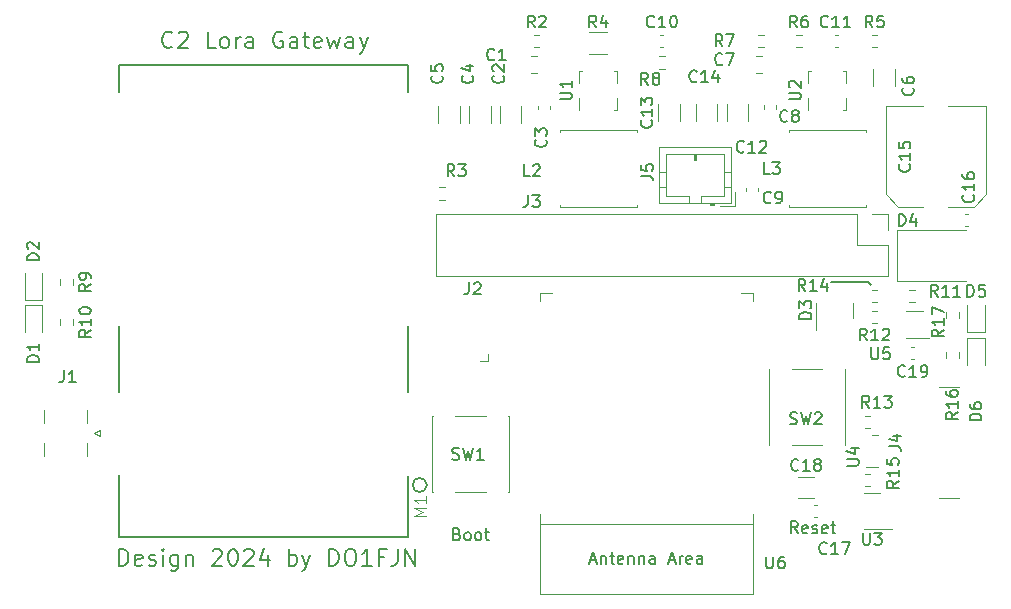
<source format=gbr>
%TF.GenerationSoftware,KiCad,Pcbnew,7.0.9*%
%TF.CreationDate,2024-02-26T10:01:53+01:00*%
%TF.ProjectId,C2LoraGateway,43324c6f-7261-4476-9174-657761792e6b,rev?*%
%TF.SameCoordinates,Original*%
%TF.FileFunction,Legend,Top*%
%TF.FilePolarity,Positive*%
%FSLAX46Y46*%
G04 Gerber Fmt 4.6, Leading zero omitted, Abs format (unit mm)*
G04 Created by KiCad (PCBNEW 7.0.9) date 2024-02-26 10:01:53*
%MOMM*%
%LPD*%
G01*
G04 APERTURE LIST*
%ADD10C,0.150000*%
%ADD11C,0.175000*%
%ADD12C,0.100000*%
%ADD13C,0.120000*%
G04 APERTURE END LIST*
D10*
X160650000Y-93450000D02*
X160900000Y-93700000D01*
X157550000Y-93450000D02*
X160650000Y-93450000D01*
X125870112Y-114746009D02*
X126012969Y-114793628D01*
X126012969Y-114793628D02*
X126060588Y-114841247D01*
X126060588Y-114841247D02*
X126108207Y-114936485D01*
X126108207Y-114936485D02*
X126108207Y-115079342D01*
X126108207Y-115079342D02*
X126060588Y-115174580D01*
X126060588Y-115174580D02*
X126012969Y-115222200D01*
X126012969Y-115222200D02*
X125917731Y-115269819D01*
X125917731Y-115269819D02*
X125536779Y-115269819D01*
X125536779Y-115269819D02*
X125536779Y-114269819D01*
X125536779Y-114269819D02*
X125870112Y-114269819D01*
X125870112Y-114269819D02*
X125965350Y-114317438D01*
X125965350Y-114317438D02*
X126012969Y-114365057D01*
X126012969Y-114365057D02*
X126060588Y-114460295D01*
X126060588Y-114460295D02*
X126060588Y-114555533D01*
X126060588Y-114555533D02*
X126012969Y-114650771D01*
X126012969Y-114650771D02*
X125965350Y-114698390D01*
X125965350Y-114698390D02*
X125870112Y-114746009D01*
X125870112Y-114746009D02*
X125536779Y-114746009D01*
X126679636Y-115269819D02*
X126584398Y-115222200D01*
X126584398Y-115222200D02*
X126536779Y-115174580D01*
X126536779Y-115174580D02*
X126489160Y-115079342D01*
X126489160Y-115079342D02*
X126489160Y-114793628D01*
X126489160Y-114793628D02*
X126536779Y-114698390D01*
X126536779Y-114698390D02*
X126584398Y-114650771D01*
X126584398Y-114650771D02*
X126679636Y-114603152D01*
X126679636Y-114603152D02*
X126822493Y-114603152D01*
X126822493Y-114603152D02*
X126917731Y-114650771D01*
X126917731Y-114650771D02*
X126965350Y-114698390D01*
X126965350Y-114698390D02*
X127012969Y-114793628D01*
X127012969Y-114793628D02*
X127012969Y-115079342D01*
X127012969Y-115079342D02*
X126965350Y-115174580D01*
X126965350Y-115174580D02*
X126917731Y-115222200D01*
X126917731Y-115222200D02*
X126822493Y-115269819D01*
X126822493Y-115269819D02*
X126679636Y-115269819D01*
X127584398Y-115269819D02*
X127489160Y-115222200D01*
X127489160Y-115222200D02*
X127441541Y-115174580D01*
X127441541Y-115174580D02*
X127393922Y-115079342D01*
X127393922Y-115079342D02*
X127393922Y-114793628D01*
X127393922Y-114793628D02*
X127441541Y-114698390D01*
X127441541Y-114698390D02*
X127489160Y-114650771D01*
X127489160Y-114650771D02*
X127584398Y-114603152D01*
X127584398Y-114603152D02*
X127727255Y-114603152D01*
X127727255Y-114603152D02*
X127822493Y-114650771D01*
X127822493Y-114650771D02*
X127870112Y-114698390D01*
X127870112Y-114698390D02*
X127917731Y-114793628D01*
X127917731Y-114793628D02*
X127917731Y-115079342D01*
X127917731Y-115079342D02*
X127870112Y-115174580D01*
X127870112Y-115174580D02*
X127822493Y-115222200D01*
X127822493Y-115222200D02*
X127727255Y-115269819D01*
X127727255Y-115269819D02*
X127584398Y-115269819D01*
X128203446Y-114603152D02*
X128584398Y-114603152D01*
X128346303Y-114269819D02*
X128346303Y-115126961D01*
X128346303Y-115126961D02*
X128393922Y-115222200D01*
X128393922Y-115222200D02*
X128489160Y-115269819D01*
X128489160Y-115269819D02*
X128584398Y-115269819D01*
X97232017Y-117420866D02*
X97232017Y-116020866D01*
X97232017Y-116020866D02*
X97565350Y-116020866D01*
X97565350Y-116020866D02*
X97765350Y-116087533D01*
X97765350Y-116087533D02*
X97898684Y-116220866D01*
X97898684Y-116220866D02*
X97965350Y-116354200D01*
X97965350Y-116354200D02*
X98032017Y-116620866D01*
X98032017Y-116620866D02*
X98032017Y-116820866D01*
X98032017Y-116820866D02*
X97965350Y-117087533D01*
X97965350Y-117087533D02*
X97898684Y-117220866D01*
X97898684Y-117220866D02*
X97765350Y-117354200D01*
X97765350Y-117354200D02*
X97565350Y-117420866D01*
X97565350Y-117420866D02*
X97232017Y-117420866D01*
X99165350Y-117354200D02*
X99032017Y-117420866D01*
X99032017Y-117420866D02*
X98765350Y-117420866D01*
X98765350Y-117420866D02*
X98632017Y-117354200D01*
X98632017Y-117354200D02*
X98565350Y-117220866D01*
X98565350Y-117220866D02*
X98565350Y-116687533D01*
X98565350Y-116687533D02*
X98632017Y-116554200D01*
X98632017Y-116554200D02*
X98765350Y-116487533D01*
X98765350Y-116487533D02*
X99032017Y-116487533D01*
X99032017Y-116487533D02*
X99165350Y-116554200D01*
X99165350Y-116554200D02*
X99232017Y-116687533D01*
X99232017Y-116687533D02*
X99232017Y-116820866D01*
X99232017Y-116820866D02*
X98565350Y-116954200D01*
X99765350Y-117354200D02*
X99898684Y-117420866D01*
X99898684Y-117420866D02*
X100165350Y-117420866D01*
X100165350Y-117420866D02*
X100298684Y-117354200D01*
X100298684Y-117354200D02*
X100365350Y-117220866D01*
X100365350Y-117220866D02*
X100365350Y-117154200D01*
X100365350Y-117154200D02*
X100298684Y-117020866D01*
X100298684Y-117020866D02*
X100165350Y-116954200D01*
X100165350Y-116954200D02*
X99965350Y-116954200D01*
X99965350Y-116954200D02*
X99832017Y-116887533D01*
X99832017Y-116887533D02*
X99765350Y-116754200D01*
X99765350Y-116754200D02*
X99765350Y-116687533D01*
X99765350Y-116687533D02*
X99832017Y-116554200D01*
X99832017Y-116554200D02*
X99965350Y-116487533D01*
X99965350Y-116487533D02*
X100165350Y-116487533D01*
X100165350Y-116487533D02*
X100298684Y-116554200D01*
X100965350Y-117420866D02*
X100965350Y-116487533D01*
X100965350Y-116020866D02*
X100898683Y-116087533D01*
X100898683Y-116087533D02*
X100965350Y-116154200D01*
X100965350Y-116154200D02*
X101032017Y-116087533D01*
X101032017Y-116087533D02*
X100965350Y-116020866D01*
X100965350Y-116020866D02*
X100965350Y-116154200D01*
X102232017Y-116487533D02*
X102232017Y-117620866D01*
X102232017Y-117620866D02*
X102165350Y-117754200D01*
X102165350Y-117754200D02*
X102098684Y-117820866D01*
X102098684Y-117820866D02*
X101965350Y-117887533D01*
X101965350Y-117887533D02*
X101765350Y-117887533D01*
X101765350Y-117887533D02*
X101632017Y-117820866D01*
X102232017Y-117354200D02*
X102098684Y-117420866D01*
X102098684Y-117420866D02*
X101832017Y-117420866D01*
X101832017Y-117420866D02*
X101698684Y-117354200D01*
X101698684Y-117354200D02*
X101632017Y-117287533D01*
X101632017Y-117287533D02*
X101565350Y-117154200D01*
X101565350Y-117154200D02*
X101565350Y-116754200D01*
X101565350Y-116754200D02*
X101632017Y-116620866D01*
X101632017Y-116620866D02*
X101698684Y-116554200D01*
X101698684Y-116554200D02*
X101832017Y-116487533D01*
X101832017Y-116487533D02*
X102098684Y-116487533D01*
X102098684Y-116487533D02*
X102232017Y-116554200D01*
X102898684Y-116487533D02*
X102898684Y-117420866D01*
X102898684Y-116620866D02*
X102965351Y-116554200D01*
X102965351Y-116554200D02*
X103098684Y-116487533D01*
X103098684Y-116487533D02*
X103298684Y-116487533D01*
X103298684Y-116487533D02*
X103432017Y-116554200D01*
X103432017Y-116554200D02*
X103498684Y-116687533D01*
X103498684Y-116687533D02*
X103498684Y-117420866D01*
X105165351Y-116154200D02*
X105232018Y-116087533D01*
X105232018Y-116087533D02*
X105365351Y-116020866D01*
X105365351Y-116020866D02*
X105698685Y-116020866D01*
X105698685Y-116020866D02*
X105832018Y-116087533D01*
X105832018Y-116087533D02*
X105898685Y-116154200D01*
X105898685Y-116154200D02*
X105965351Y-116287533D01*
X105965351Y-116287533D02*
X105965351Y-116420866D01*
X105965351Y-116420866D02*
X105898685Y-116620866D01*
X105898685Y-116620866D02*
X105098685Y-117420866D01*
X105098685Y-117420866D02*
X105965351Y-117420866D01*
X106832018Y-116020866D02*
X106965351Y-116020866D01*
X106965351Y-116020866D02*
X107098684Y-116087533D01*
X107098684Y-116087533D02*
X107165351Y-116154200D01*
X107165351Y-116154200D02*
X107232018Y-116287533D01*
X107232018Y-116287533D02*
X107298684Y-116554200D01*
X107298684Y-116554200D02*
X107298684Y-116887533D01*
X107298684Y-116887533D02*
X107232018Y-117154200D01*
X107232018Y-117154200D02*
X107165351Y-117287533D01*
X107165351Y-117287533D02*
X107098684Y-117354200D01*
X107098684Y-117354200D02*
X106965351Y-117420866D01*
X106965351Y-117420866D02*
X106832018Y-117420866D01*
X106832018Y-117420866D02*
X106698684Y-117354200D01*
X106698684Y-117354200D02*
X106632018Y-117287533D01*
X106632018Y-117287533D02*
X106565351Y-117154200D01*
X106565351Y-117154200D02*
X106498684Y-116887533D01*
X106498684Y-116887533D02*
X106498684Y-116554200D01*
X106498684Y-116554200D02*
X106565351Y-116287533D01*
X106565351Y-116287533D02*
X106632018Y-116154200D01*
X106632018Y-116154200D02*
X106698684Y-116087533D01*
X106698684Y-116087533D02*
X106832018Y-116020866D01*
X107832017Y-116154200D02*
X107898684Y-116087533D01*
X107898684Y-116087533D02*
X108032017Y-116020866D01*
X108032017Y-116020866D02*
X108365351Y-116020866D01*
X108365351Y-116020866D02*
X108498684Y-116087533D01*
X108498684Y-116087533D02*
X108565351Y-116154200D01*
X108565351Y-116154200D02*
X108632017Y-116287533D01*
X108632017Y-116287533D02*
X108632017Y-116420866D01*
X108632017Y-116420866D02*
X108565351Y-116620866D01*
X108565351Y-116620866D02*
X107765351Y-117420866D01*
X107765351Y-117420866D02*
X108632017Y-117420866D01*
X109832017Y-116487533D02*
X109832017Y-117420866D01*
X109498684Y-115954200D02*
X109165350Y-116954200D01*
X109165350Y-116954200D02*
X110032017Y-116954200D01*
X111632017Y-117420866D02*
X111632017Y-116020866D01*
X111632017Y-116554200D02*
X111765350Y-116487533D01*
X111765350Y-116487533D02*
X112032017Y-116487533D01*
X112032017Y-116487533D02*
X112165350Y-116554200D01*
X112165350Y-116554200D02*
X112232017Y-116620866D01*
X112232017Y-116620866D02*
X112298684Y-116754200D01*
X112298684Y-116754200D02*
X112298684Y-117154200D01*
X112298684Y-117154200D02*
X112232017Y-117287533D01*
X112232017Y-117287533D02*
X112165350Y-117354200D01*
X112165350Y-117354200D02*
X112032017Y-117420866D01*
X112032017Y-117420866D02*
X111765350Y-117420866D01*
X111765350Y-117420866D02*
X111632017Y-117354200D01*
X112765351Y-116487533D02*
X113098684Y-117420866D01*
X113432017Y-116487533D02*
X113098684Y-117420866D01*
X113098684Y-117420866D02*
X112965351Y-117754200D01*
X112965351Y-117754200D02*
X112898684Y-117820866D01*
X112898684Y-117820866D02*
X112765351Y-117887533D01*
X115032018Y-117420866D02*
X115032018Y-116020866D01*
X115032018Y-116020866D02*
X115365351Y-116020866D01*
X115365351Y-116020866D02*
X115565351Y-116087533D01*
X115565351Y-116087533D02*
X115698685Y-116220866D01*
X115698685Y-116220866D02*
X115765351Y-116354200D01*
X115765351Y-116354200D02*
X115832018Y-116620866D01*
X115832018Y-116620866D02*
X115832018Y-116820866D01*
X115832018Y-116820866D02*
X115765351Y-117087533D01*
X115765351Y-117087533D02*
X115698685Y-117220866D01*
X115698685Y-117220866D02*
X115565351Y-117354200D01*
X115565351Y-117354200D02*
X115365351Y-117420866D01*
X115365351Y-117420866D02*
X115032018Y-117420866D01*
X116698685Y-116020866D02*
X116965351Y-116020866D01*
X116965351Y-116020866D02*
X117098685Y-116087533D01*
X117098685Y-116087533D02*
X117232018Y-116220866D01*
X117232018Y-116220866D02*
X117298685Y-116487533D01*
X117298685Y-116487533D02*
X117298685Y-116954200D01*
X117298685Y-116954200D02*
X117232018Y-117220866D01*
X117232018Y-117220866D02*
X117098685Y-117354200D01*
X117098685Y-117354200D02*
X116965351Y-117420866D01*
X116965351Y-117420866D02*
X116698685Y-117420866D01*
X116698685Y-117420866D02*
X116565351Y-117354200D01*
X116565351Y-117354200D02*
X116432018Y-117220866D01*
X116432018Y-117220866D02*
X116365351Y-116954200D01*
X116365351Y-116954200D02*
X116365351Y-116487533D01*
X116365351Y-116487533D02*
X116432018Y-116220866D01*
X116432018Y-116220866D02*
X116565351Y-116087533D01*
X116565351Y-116087533D02*
X116698685Y-116020866D01*
X118632018Y-117420866D02*
X117832018Y-117420866D01*
X118232018Y-117420866D02*
X118232018Y-116020866D01*
X118232018Y-116020866D02*
X118098685Y-116220866D01*
X118098685Y-116220866D02*
X117965352Y-116354200D01*
X117965352Y-116354200D02*
X117832018Y-116420866D01*
X119698685Y-116687533D02*
X119232018Y-116687533D01*
X119232018Y-117420866D02*
X119232018Y-116020866D01*
X119232018Y-116020866D02*
X119898685Y-116020866D01*
X120832018Y-116020866D02*
X120832018Y-117020866D01*
X120832018Y-117020866D02*
X120765351Y-117220866D01*
X120765351Y-117220866D02*
X120632018Y-117354200D01*
X120632018Y-117354200D02*
X120432018Y-117420866D01*
X120432018Y-117420866D02*
X120298685Y-117420866D01*
X121498685Y-117420866D02*
X121498685Y-116020866D01*
X121498685Y-116020866D02*
X122298685Y-117420866D01*
X122298685Y-117420866D02*
X122298685Y-116020866D01*
X154708207Y-114669819D02*
X154374874Y-114193628D01*
X154136779Y-114669819D02*
X154136779Y-113669819D01*
X154136779Y-113669819D02*
X154517731Y-113669819D01*
X154517731Y-113669819D02*
X154612969Y-113717438D01*
X154612969Y-113717438D02*
X154660588Y-113765057D01*
X154660588Y-113765057D02*
X154708207Y-113860295D01*
X154708207Y-113860295D02*
X154708207Y-114003152D01*
X154708207Y-114003152D02*
X154660588Y-114098390D01*
X154660588Y-114098390D02*
X154612969Y-114146009D01*
X154612969Y-114146009D02*
X154517731Y-114193628D01*
X154517731Y-114193628D02*
X154136779Y-114193628D01*
X155517731Y-114622200D02*
X155422493Y-114669819D01*
X155422493Y-114669819D02*
X155232017Y-114669819D01*
X155232017Y-114669819D02*
X155136779Y-114622200D01*
X155136779Y-114622200D02*
X155089160Y-114526961D01*
X155089160Y-114526961D02*
X155089160Y-114146009D01*
X155089160Y-114146009D02*
X155136779Y-114050771D01*
X155136779Y-114050771D02*
X155232017Y-114003152D01*
X155232017Y-114003152D02*
X155422493Y-114003152D01*
X155422493Y-114003152D02*
X155517731Y-114050771D01*
X155517731Y-114050771D02*
X155565350Y-114146009D01*
X155565350Y-114146009D02*
X155565350Y-114241247D01*
X155565350Y-114241247D02*
X155089160Y-114336485D01*
X155946303Y-114622200D02*
X156041541Y-114669819D01*
X156041541Y-114669819D02*
X156232017Y-114669819D01*
X156232017Y-114669819D02*
X156327255Y-114622200D01*
X156327255Y-114622200D02*
X156374874Y-114526961D01*
X156374874Y-114526961D02*
X156374874Y-114479342D01*
X156374874Y-114479342D02*
X156327255Y-114384104D01*
X156327255Y-114384104D02*
X156232017Y-114336485D01*
X156232017Y-114336485D02*
X156089160Y-114336485D01*
X156089160Y-114336485D02*
X155993922Y-114288866D01*
X155993922Y-114288866D02*
X155946303Y-114193628D01*
X155946303Y-114193628D02*
X155946303Y-114146009D01*
X155946303Y-114146009D02*
X155993922Y-114050771D01*
X155993922Y-114050771D02*
X156089160Y-114003152D01*
X156089160Y-114003152D02*
X156232017Y-114003152D01*
X156232017Y-114003152D02*
X156327255Y-114050771D01*
X157184398Y-114622200D02*
X157089160Y-114669819D01*
X157089160Y-114669819D02*
X156898684Y-114669819D01*
X156898684Y-114669819D02*
X156803446Y-114622200D01*
X156803446Y-114622200D02*
X156755827Y-114526961D01*
X156755827Y-114526961D02*
X156755827Y-114146009D01*
X156755827Y-114146009D02*
X156803446Y-114050771D01*
X156803446Y-114050771D02*
X156898684Y-114003152D01*
X156898684Y-114003152D02*
X157089160Y-114003152D01*
X157089160Y-114003152D02*
X157184398Y-114050771D01*
X157184398Y-114050771D02*
X157232017Y-114146009D01*
X157232017Y-114146009D02*
X157232017Y-114241247D01*
X157232017Y-114241247D02*
X156755827Y-114336485D01*
X157517732Y-114003152D02*
X157898684Y-114003152D01*
X157660589Y-113669819D02*
X157660589Y-114526961D01*
X157660589Y-114526961D02*
X157708208Y-114622200D01*
X157708208Y-114622200D02*
X157803446Y-114669819D01*
X157803446Y-114669819D02*
X157898684Y-114669819D01*
D11*
X101748464Y-73486233D02*
X101681797Y-73552900D01*
X101681797Y-73552900D02*
X101481797Y-73619566D01*
X101481797Y-73619566D02*
X101348464Y-73619566D01*
X101348464Y-73619566D02*
X101148464Y-73552900D01*
X101148464Y-73552900D02*
X101015131Y-73419566D01*
X101015131Y-73419566D02*
X100948464Y-73286233D01*
X100948464Y-73286233D02*
X100881797Y-73019566D01*
X100881797Y-73019566D02*
X100881797Y-72819566D01*
X100881797Y-72819566D02*
X100948464Y-72552900D01*
X100948464Y-72552900D02*
X101015131Y-72419566D01*
X101015131Y-72419566D02*
X101148464Y-72286233D01*
X101148464Y-72286233D02*
X101348464Y-72219566D01*
X101348464Y-72219566D02*
X101481797Y-72219566D01*
X101481797Y-72219566D02*
X101681797Y-72286233D01*
X101681797Y-72286233D02*
X101748464Y-72352900D01*
X102281797Y-72352900D02*
X102348464Y-72286233D01*
X102348464Y-72286233D02*
X102481797Y-72219566D01*
X102481797Y-72219566D02*
X102815131Y-72219566D01*
X102815131Y-72219566D02*
X102948464Y-72286233D01*
X102948464Y-72286233D02*
X103015131Y-72352900D01*
X103015131Y-72352900D02*
X103081797Y-72486233D01*
X103081797Y-72486233D02*
X103081797Y-72619566D01*
X103081797Y-72619566D02*
X103015131Y-72819566D01*
X103015131Y-72819566D02*
X102215131Y-73619566D01*
X102215131Y-73619566D02*
X103081797Y-73619566D01*
X105415131Y-73619566D02*
X104748464Y-73619566D01*
X104748464Y-73619566D02*
X104748464Y-72219566D01*
X106081797Y-73619566D02*
X105948464Y-73552900D01*
X105948464Y-73552900D02*
X105881797Y-73486233D01*
X105881797Y-73486233D02*
X105815130Y-73352900D01*
X105815130Y-73352900D02*
X105815130Y-72952900D01*
X105815130Y-72952900D02*
X105881797Y-72819566D01*
X105881797Y-72819566D02*
X105948464Y-72752900D01*
X105948464Y-72752900D02*
X106081797Y-72686233D01*
X106081797Y-72686233D02*
X106281797Y-72686233D01*
X106281797Y-72686233D02*
X106415130Y-72752900D01*
X106415130Y-72752900D02*
X106481797Y-72819566D01*
X106481797Y-72819566D02*
X106548464Y-72952900D01*
X106548464Y-72952900D02*
X106548464Y-73352900D01*
X106548464Y-73352900D02*
X106481797Y-73486233D01*
X106481797Y-73486233D02*
X106415130Y-73552900D01*
X106415130Y-73552900D02*
X106281797Y-73619566D01*
X106281797Y-73619566D02*
X106081797Y-73619566D01*
X107148464Y-73619566D02*
X107148464Y-72686233D01*
X107148464Y-72952900D02*
X107215131Y-72819566D01*
X107215131Y-72819566D02*
X107281797Y-72752900D01*
X107281797Y-72752900D02*
X107415131Y-72686233D01*
X107415131Y-72686233D02*
X107548464Y-72686233D01*
X108615131Y-73619566D02*
X108615131Y-72886233D01*
X108615131Y-72886233D02*
X108548464Y-72752900D01*
X108548464Y-72752900D02*
X108415131Y-72686233D01*
X108415131Y-72686233D02*
X108148464Y-72686233D01*
X108148464Y-72686233D02*
X108015131Y-72752900D01*
X108615131Y-73552900D02*
X108481798Y-73619566D01*
X108481798Y-73619566D02*
X108148464Y-73619566D01*
X108148464Y-73619566D02*
X108015131Y-73552900D01*
X108015131Y-73552900D02*
X107948464Y-73419566D01*
X107948464Y-73419566D02*
X107948464Y-73286233D01*
X107948464Y-73286233D02*
X108015131Y-73152900D01*
X108015131Y-73152900D02*
X108148464Y-73086233D01*
X108148464Y-73086233D02*
X108481798Y-73086233D01*
X108481798Y-73086233D02*
X108615131Y-73019566D01*
X111081798Y-72286233D02*
X110948465Y-72219566D01*
X110948465Y-72219566D02*
X110748465Y-72219566D01*
X110748465Y-72219566D02*
X110548465Y-72286233D01*
X110548465Y-72286233D02*
X110415132Y-72419566D01*
X110415132Y-72419566D02*
X110348465Y-72552900D01*
X110348465Y-72552900D02*
X110281798Y-72819566D01*
X110281798Y-72819566D02*
X110281798Y-73019566D01*
X110281798Y-73019566D02*
X110348465Y-73286233D01*
X110348465Y-73286233D02*
X110415132Y-73419566D01*
X110415132Y-73419566D02*
X110548465Y-73552900D01*
X110548465Y-73552900D02*
X110748465Y-73619566D01*
X110748465Y-73619566D02*
X110881798Y-73619566D01*
X110881798Y-73619566D02*
X111081798Y-73552900D01*
X111081798Y-73552900D02*
X111148465Y-73486233D01*
X111148465Y-73486233D02*
X111148465Y-73019566D01*
X111148465Y-73019566D02*
X110881798Y-73019566D01*
X112348465Y-73619566D02*
X112348465Y-72886233D01*
X112348465Y-72886233D02*
X112281798Y-72752900D01*
X112281798Y-72752900D02*
X112148465Y-72686233D01*
X112148465Y-72686233D02*
X111881798Y-72686233D01*
X111881798Y-72686233D02*
X111748465Y-72752900D01*
X112348465Y-73552900D02*
X112215132Y-73619566D01*
X112215132Y-73619566D02*
X111881798Y-73619566D01*
X111881798Y-73619566D02*
X111748465Y-73552900D01*
X111748465Y-73552900D02*
X111681798Y-73419566D01*
X111681798Y-73419566D02*
X111681798Y-73286233D01*
X111681798Y-73286233D02*
X111748465Y-73152900D01*
X111748465Y-73152900D02*
X111881798Y-73086233D01*
X111881798Y-73086233D02*
X112215132Y-73086233D01*
X112215132Y-73086233D02*
X112348465Y-73019566D01*
X112815132Y-72686233D02*
X113348465Y-72686233D01*
X113015132Y-72219566D02*
X113015132Y-73419566D01*
X113015132Y-73419566D02*
X113081799Y-73552900D01*
X113081799Y-73552900D02*
X113215132Y-73619566D01*
X113215132Y-73619566D02*
X113348465Y-73619566D01*
X114348465Y-73552900D02*
X114215132Y-73619566D01*
X114215132Y-73619566D02*
X113948465Y-73619566D01*
X113948465Y-73619566D02*
X113815132Y-73552900D01*
X113815132Y-73552900D02*
X113748465Y-73419566D01*
X113748465Y-73419566D02*
X113748465Y-72886233D01*
X113748465Y-72886233D02*
X113815132Y-72752900D01*
X113815132Y-72752900D02*
X113948465Y-72686233D01*
X113948465Y-72686233D02*
X114215132Y-72686233D01*
X114215132Y-72686233D02*
X114348465Y-72752900D01*
X114348465Y-72752900D02*
X114415132Y-72886233D01*
X114415132Y-72886233D02*
X114415132Y-73019566D01*
X114415132Y-73019566D02*
X113748465Y-73152900D01*
X114881799Y-72686233D02*
X115148465Y-73619566D01*
X115148465Y-73619566D02*
X115415132Y-72952900D01*
X115415132Y-72952900D02*
X115681799Y-73619566D01*
X115681799Y-73619566D02*
X115948465Y-72686233D01*
X117081799Y-73619566D02*
X117081799Y-72886233D01*
X117081799Y-72886233D02*
X117015132Y-72752900D01*
X117015132Y-72752900D02*
X116881799Y-72686233D01*
X116881799Y-72686233D02*
X116615132Y-72686233D01*
X116615132Y-72686233D02*
X116481799Y-72752900D01*
X117081799Y-73552900D02*
X116948466Y-73619566D01*
X116948466Y-73619566D02*
X116615132Y-73619566D01*
X116615132Y-73619566D02*
X116481799Y-73552900D01*
X116481799Y-73552900D02*
X116415132Y-73419566D01*
X116415132Y-73419566D02*
X116415132Y-73286233D01*
X116415132Y-73286233D02*
X116481799Y-73152900D01*
X116481799Y-73152900D02*
X116615132Y-73086233D01*
X116615132Y-73086233D02*
X116948466Y-73086233D01*
X116948466Y-73086233D02*
X117081799Y-73019566D01*
X117615133Y-72686233D02*
X117948466Y-73619566D01*
X118281799Y-72686233D02*
X117948466Y-73619566D01*
X117948466Y-73619566D02*
X117815133Y-73952900D01*
X117815133Y-73952900D02*
X117748466Y-74019566D01*
X117748466Y-74019566D02*
X117615133Y-74086233D01*
D10*
X142033333Y-76704819D02*
X141700000Y-76228628D01*
X141461905Y-76704819D02*
X141461905Y-75704819D01*
X141461905Y-75704819D02*
X141842857Y-75704819D01*
X141842857Y-75704819D02*
X141938095Y-75752438D01*
X141938095Y-75752438D02*
X141985714Y-75800057D01*
X141985714Y-75800057D02*
X142033333Y-75895295D01*
X142033333Y-75895295D02*
X142033333Y-76038152D01*
X142033333Y-76038152D02*
X141985714Y-76133390D01*
X141985714Y-76133390D02*
X141938095Y-76181009D01*
X141938095Y-76181009D02*
X141842857Y-76228628D01*
X141842857Y-76228628D02*
X141461905Y-76228628D01*
X142604762Y-76133390D02*
X142509524Y-76085771D01*
X142509524Y-76085771D02*
X142461905Y-76038152D01*
X142461905Y-76038152D02*
X142414286Y-75942914D01*
X142414286Y-75942914D02*
X142414286Y-75895295D01*
X142414286Y-75895295D02*
X142461905Y-75800057D01*
X142461905Y-75800057D02*
X142509524Y-75752438D01*
X142509524Y-75752438D02*
X142604762Y-75704819D01*
X142604762Y-75704819D02*
X142795238Y-75704819D01*
X142795238Y-75704819D02*
X142890476Y-75752438D01*
X142890476Y-75752438D02*
X142938095Y-75800057D01*
X142938095Y-75800057D02*
X142985714Y-75895295D01*
X142985714Y-75895295D02*
X142985714Y-75942914D01*
X142985714Y-75942914D02*
X142938095Y-76038152D01*
X142938095Y-76038152D02*
X142890476Y-76085771D01*
X142890476Y-76085771D02*
X142795238Y-76133390D01*
X142795238Y-76133390D02*
X142604762Y-76133390D01*
X142604762Y-76133390D02*
X142509524Y-76181009D01*
X142509524Y-76181009D02*
X142461905Y-76228628D01*
X142461905Y-76228628D02*
X142414286Y-76323866D01*
X142414286Y-76323866D02*
X142414286Y-76514342D01*
X142414286Y-76514342D02*
X142461905Y-76609580D01*
X142461905Y-76609580D02*
X142509524Y-76657200D01*
X142509524Y-76657200D02*
X142604762Y-76704819D01*
X142604762Y-76704819D02*
X142795238Y-76704819D01*
X142795238Y-76704819D02*
X142890476Y-76657200D01*
X142890476Y-76657200D02*
X142938095Y-76609580D01*
X142938095Y-76609580D02*
X142985714Y-76514342D01*
X142985714Y-76514342D02*
X142985714Y-76323866D01*
X142985714Y-76323866D02*
X142938095Y-76228628D01*
X142938095Y-76228628D02*
X142890476Y-76181009D01*
X142890476Y-76181009D02*
X142795238Y-76133390D01*
X90454819Y-91563094D02*
X89454819Y-91563094D01*
X89454819Y-91563094D02*
X89454819Y-91324999D01*
X89454819Y-91324999D02*
X89502438Y-91182142D01*
X89502438Y-91182142D02*
X89597676Y-91086904D01*
X89597676Y-91086904D02*
X89692914Y-91039285D01*
X89692914Y-91039285D02*
X89883390Y-90991666D01*
X89883390Y-90991666D02*
X90026247Y-90991666D01*
X90026247Y-90991666D02*
X90216723Y-91039285D01*
X90216723Y-91039285D02*
X90311961Y-91086904D01*
X90311961Y-91086904D02*
X90407200Y-91182142D01*
X90407200Y-91182142D02*
X90454819Y-91324999D01*
X90454819Y-91324999D02*
X90454819Y-91563094D01*
X89550057Y-90610713D02*
X89502438Y-90563094D01*
X89502438Y-90563094D02*
X89454819Y-90467856D01*
X89454819Y-90467856D02*
X89454819Y-90229761D01*
X89454819Y-90229761D02*
X89502438Y-90134523D01*
X89502438Y-90134523D02*
X89550057Y-90086904D01*
X89550057Y-90086904D02*
X89645295Y-90039285D01*
X89645295Y-90039285D02*
X89740533Y-90039285D01*
X89740533Y-90039285D02*
X89883390Y-90086904D01*
X89883390Y-90086904D02*
X90454819Y-90658332D01*
X90454819Y-90658332D02*
X90454819Y-90039285D01*
X146157142Y-76409580D02*
X146109523Y-76457200D01*
X146109523Y-76457200D02*
X145966666Y-76504819D01*
X145966666Y-76504819D02*
X145871428Y-76504819D01*
X145871428Y-76504819D02*
X145728571Y-76457200D01*
X145728571Y-76457200D02*
X145633333Y-76361961D01*
X145633333Y-76361961D02*
X145585714Y-76266723D01*
X145585714Y-76266723D02*
X145538095Y-76076247D01*
X145538095Y-76076247D02*
X145538095Y-75933390D01*
X145538095Y-75933390D02*
X145585714Y-75742914D01*
X145585714Y-75742914D02*
X145633333Y-75647676D01*
X145633333Y-75647676D02*
X145728571Y-75552438D01*
X145728571Y-75552438D02*
X145871428Y-75504819D01*
X145871428Y-75504819D02*
X145966666Y-75504819D01*
X145966666Y-75504819D02*
X146109523Y-75552438D01*
X146109523Y-75552438D02*
X146157142Y-75600057D01*
X147109523Y-76504819D02*
X146538095Y-76504819D01*
X146823809Y-76504819D02*
X146823809Y-75504819D01*
X146823809Y-75504819D02*
X146728571Y-75647676D01*
X146728571Y-75647676D02*
X146633333Y-75742914D01*
X146633333Y-75742914D02*
X146538095Y-75790533D01*
X147966666Y-75838152D02*
X147966666Y-76504819D01*
X147728571Y-75457200D02*
X147490476Y-76171485D01*
X147490476Y-76171485D02*
X148109523Y-76171485D01*
X142309580Y-79717857D02*
X142357200Y-79765476D01*
X142357200Y-79765476D02*
X142404819Y-79908333D01*
X142404819Y-79908333D02*
X142404819Y-80003571D01*
X142404819Y-80003571D02*
X142357200Y-80146428D01*
X142357200Y-80146428D02*
X142261961Y-80241666D01*
X142261961Y-80241666D02*
X142166723Y-80289285D01*
X142166723Y-80289285D02*
X141976247Y-80336904D01*
X141976247Y-80336904D02*
X141833390Y-80336904D01*
X141833390Y-80336904D02*
X141642914Y-80289285D01*
X141642914Y-80289285D02*
X141547676Y-80241666D01*
X141547676Y-80241666D02*
X141452438Y-80146428D01*
X141452438Y-80146428D02*
X141404819Y-80003571D01*
X141404819Y-80003571D02*
X141404819Y-79908333D01*
X141404819Y-79908333D02*
X141452438Y-79765476D01*
X141452438Y-79765476D02*
X141500057Y-79717857D01*
X142404819Y-78765476D02*
X142404819Y-79336904D01*
X142404819Y-79051190D02*
X141404819Y-79051190D01*
X141404819Y-79051190D02*
X141547676Y-79146428D01*
X141547676Y-79146428D02*
X141642914Y-79241666D01*
X141642914Y-79241666D02*
X141690533Y-79336904D01*
X141404819Y-78432142D02*
X141404819Y-77813095D01*
X141404819Y-77813095D02*
X141785771Y-78146428D01*
X141785771Y-78146428D02*
X141785771Y-78003571D01*
X141785771Y-78003571D02*
X141833390Y-77908333D01*
X141833390Y-77908333D02*
X141881009Y-77860714D01*
X141881009Y-77860714D02*
X141976247Y-77813095D01*
X141976247Y-77813095D02*
X142214342Y-77813095D01*
X142214342Y-77813095D02*
X142309580Y-77860714D01*
X142309580Y-77860714D02*
X142357200Y-77908333D01*
X142357200Y-77908333D02*
X142404819Y-78003571D01*
X142404819Y-78003571D02*
X142404819Y-78289285D01*
X142404819Y-78289285D02*
X142357200Y-78384523D01*
X142357200Y-78384523D02*
X142309580Y-78432142D01*
X157257142Y-71759580D02*
X157209523Y-71807200D01*
X157209523Y-71807200D02*
X157066666Y-71854819D01*
X157066666Y-71854819D02*
X156971428Y-71854819D01*
X156971428Y-71854819D02*
X156828571Y-71807200D01*
X156828571Y-71807200D02*
X156733333Y-71711961D01*
X156733333Y-71711961D02*
X156685714Y-71616723D01*
X156685714Y-71616723D02*
X156638095Y-71426247D01*
X156638095Y-71426247D02*
X156638095Y-71283390D01*
X156638095Y-71283390D02*
X156685714Y-71092914D01*
X156685714Y-71092914D02*
X156733333Y-70997676D01*
X156733333Y-70997676D02*
X156828571Y-70902438D01*
X156828571Y-70902438D02*
X156971428Y-70854819D01*
X156971428Y-70854819D02*
X157066666Y-70854819D01*
X157066666Y-70854819D02*
X157209523Y-70902438D01*
X157209523Y-70902438D02*
X157257142Y-70950057D01*
X158209523Y-71854819D02*
X157638095Y-71854819D01*
X157923809Y-71854819D02*
X157923809Y-70854819D01*
X157923809Y-70854819D02*
X157828571Y-70997676D01*
X157828571Y-70997676D02*
X157733333Y-71092914D01*
X157733333Y-71092914D02*
X157638095Y-71140533D01*
X159161904Y-71854819D02*
X158590476Y-71854819D01*
X158876190Y-71854819D02*
X158876190Y-70854819D01*
X158876190Y-70854819D02*
X158780952Y-70997676D01*
X158780952Y-70997676D02*
X158685714Y-71092914D01*
X158685714Y-71092914D02*
X158590476Y-71140533D01*
X127159580Y-75941666D02*
X127207200Y-75989285D01*
X127207200Y-75989285D02*
X127254819Y-76132142D01*
X127254819Y-76132142D02*
X127254819Y-76227380D01*
X127254819Y-76227380D02*
X127207200Y-76370237D01*
X127207200Y-76370237D02*
X127111961Y-76465475D01*
X127111961Y-76465475D02*
X127016723Y-76513094D01*
X127016723Y-76513094D02*
X126826247Y-76560713D01*
X126826247Y-76560713D02*
X126683390Y-76560713D01*
X126683390Y-76560713D02*
X126492914Y-76513094D01*
X126492914Y-76513094D02*
X126397676Y-76465475D01*
X126397676Y-76465475D02*
X126302438Y-76370237D01*
X126302438Y-76370237D02*
X126254819Y-76227380D01*
X126254819Y-76227380D02*
X126254819Y-76132142D01*
X126254819Y-76132142D02*
X126302438Y-75989285D01*
X126302438Y-75989285D02*
X126350057Y-75941666D01*
X126588152Y-75084523D02*
X127254819Y-75084523D01*
X126207200Y-75322618D02*
X126921485Y-75560713D01*
X126921485Y-75560713D02*
X126921485Y-74941666D01*
X154757142Y-109309580D02*
X154709523Y-109357200D01*
X154709523Y-109357200D02*
X154566666Y-109404819D01*
X154566666Y-109404819D02*
X154471428Y-109404819D01*
X154471428Y-109404819D02*
X154328571Y-109357200D01*
X154328571Y-109357200D02*
X154233333Y-109261961D01*
X154233333Y-109261961D02*
X154185714Y-109166723D01*
X154185714Y-109166723D02*
X154138095Y-108976247D01*
X154138095Y-108976247D02*
X154138095Y-108833390D01*
X154138095Y-108833390D02*
X154185714Y-108642914D01*
X154185714Y-108642914D02*
X154233333Y-108547676D01*
X154233333Y-108547676D02*
X154328571Y-108452438D01*
X154328571Y-108452438D02*
X154471428Y-108404819D01*
X154471428Y-108404819D02*
X154566666Y-108404819D01*
X154566666Y-108404819D02*
X154709523Y-108452438D01*
X154709523Y-108452438D02*
X154757142Y-108500057D01*
X155709523Y-109404819D02*
X155138095Y-109404819D01*
X155423809Y-109404819D02*
X155423809Y-108404819D01*
X155423809Y-108404819D02*
X155328571Y-108547676D01*
X155328571Y-108547676D02*
X155233333Y-108642914D01*
X155233333Y-108642914D02*
X155138095Y-108690533D01*
X156280952Y-108833390D02*
X156185714Y-108785771D01*
X156185714Y-108785771D02*
X156138095Y-108738152D01*
X156138095Y-108738152D02*
X156090476Y-108642914D01*
X156090476Y-108642914D02*
X156090476Y-108595295D01*
X156090476Y-108595295D02*
X156138095Y-108500057D01*
X156138095Y-108500057D02*
X156185714Y-108452438D01*
X156185714Y-108452438D02*
X156280952Y-108404819D01*
X156280952Y-108404819D02*
X156471428Y-108404819D01*
X156471428Y-108404819D02*
X156566666Y-108452438D01*
X156566666Y-108452438D02*
X156614285Y-108500057D01*
X156614285Y-108500057D02*
X156661904Y-108595295D01*
X156661904Y-108595295D02*
X156661904Y-108642914D01*
X156661904Y-108642914D02*
X156614285Y-108738152D01*
X156614285Y-108738152D02*
X156566666Y-108785771D01*
X156566666Y-108785771D02*
X156471428Y-108833390D01*
X156471428Y-108833390D02*
X156280952Y-108833390D01*
X156280952Y-108833390D02*
X156185714Y-108881009D01*
X156185714Y-108881009D02*
X156138095Y-108928628D01*
X156138095Y-108928628D02*
X156090476Y-109023866D01*
X156090476Y-109023866D02*
X156090476Y-109214342D01*
X156090476Y-109214342D02*
X156138095Y-109309580D01*
X156138095Y-109309580D02*
X156185714Y-109357200D01*
X156185714Y-109357200D02*
X156280952Y-109404819D01*
X156280952Y-109404819D02*
X156471428Y-109404819D01*
X156471428Y-109404819D02*
X156566666Y-109357200D01*
X156566666Y-109357200D02*
X156614285Y-109309580D01*
X156614285Y-109309580D02*
X156661904Y-109214342D01*
X156661904Y-109214342D02*
X156661904Y-109023866D01*
X156661904Y-109023866D02*
X156614285Y-108928628D01*
X156614285Y-108928628D02*
X156566666Y-108881009D01*
X156566666Y-108881009D02*
X156471428Y-108833390D01*
X160938095Y-98954819D02*
X160938095Y-99764342D01*
X160938095Y-99764342D02*
X160985714Y-99859580D01*
X160985714Y-99859580D02*
X161033333Y-99907200D01*
X161033333Y-99907200D02*
X161128571Y-99954819D01*
X161128571Y-99954819D02*
X161319047Y-99954819D01*
X161319047Y-99954819D02*
X161414285Y-99907200D01*
X161414285Y-99907200D02*
X161461904Y-99859580D01*
X161461904Y-99859580D02*
X161509523Y-99764342D01*
X161509523Y-99764342D02*
X161509523Y-98954819D01*
X162461904Y-98954819D02*
X161985714Y-98954819D01*
X161985714Y-98954819D02*
X161938095Y-99431009D01*
X161938095Y-99431009D02*
X161985714Y-99383390D01*
X161985714Y-99383390D02*
X162080952Y-99335771D01*
X162080952Y-99335771D02*
X162319047Y-99335771D01*
X162319047Y-99335771D02*
X162414285Y-99383390D01*
X162414285Y-99383390D02*
X162461904Y-99431009D01*
X162461904Y-99431009D02*
X162509523Y-99526247D01*
X162509523Y-99526247D02*
X162509523Y-99764342D01*
X162509523Y-99764342D02*
X162461904Y-99859580D01*
X162461904Y-99859580D02*
X162414285Y-99907200D01*
X162414285Y-99907200D02*
X162319047Y-99954819D01*
X162319047Y-99954819D02*
X162080952Y-99954819D01*
X162080952Y-99954819D02*
X161985714Y-99907200D01*
X161985714Y-99907200D02*
X161938095Y-99859580D01*
X92566666Y-100904819D02*
X92566666Y-101619104D01*
X92566666Y-101619104D02*
X92519047Y-101761961D01*
X92519047Y-101761961D02*
X92423809Y-101857200D01*
X92423809Y-101857200D02*
X92280952Y-101904819D01*
X92280952Y-101904819D02*
X92185714Y-101904819D01*
X93566666Y-101904819D02*
X92995238Y-101904819D01*
X93280952Y-101904819D02*
X93280952Y-100904819D01*
X93280952Y-100904819D02*
X93185714Y-101047676D01*
X93185714Y-101047676D02*
X93090476Y-101142914D01*
X93090476Y-101142914D02*
X92995238Y-101190533D01*
X170254819Y-105138094D02*
X169254819Y-105138094D01*
X169254819Y-105138094D02*
X169254819Y-104899999D01*
X169254819Y-104899999D02*
X169302438Y-104757142D01*
X169302438Y-104757142D02*
X169397676Y-104661904D01*
X169397676Y-104661904D02*
X169492914Y-104614285D01*
X169492914Y-104614285D02*
X169683390Y-104566666D01*
X169683390Y-104566666D02*
X169826247Y-104566666D01*
X169826247Y-104566666D02*
X170016723Y-104614285D01*
X170016723Y-104614285D02*
X170111961Y-104661904D01*
X170111961Y-104661904D02*
X170207200Y-104757142D01*
X170207200Y-104757142D02*
X170254819Y-104899999D01*
X170254819Y-104899999D02*
X170254819Y-105138094D01*
X169254819Y-103709523D02*
X169254819Y-103899999D01*
X169254819Y-103899999D02*
X169302438Y-103995237D01*
X169302438Y-103995237D02*
X169350057Y-104042856D01*
X169350057Y-104042856D02*
X169492914Y-104138094D01*
X169492914Y-104138094D02*
X169683390Y-104185713D01*
X169683390Y-104185713D02*
X170064342Y-104185713D01*
X170064342Y-104185713D02*
X170159580Y-104138094D01*
X170159580Y-104138094D02*
X170207200Y-104090475D01*
X170207200Y-104090475D02*
X170254819Y-103995237D01*
X170254819Y-103995237D02*
X170254819Y-103804761D01*
X170254819Y-103804761D02*
X170207200Y-103709523D01*
X170207200Y-103709523D02*
X170159580Y-103661904D01*
X170159580Y-103661904D02*
X170064342Y-103614285D01*
X170064342Y-103614285D02*
X169826247Y-103614285D01*
X169826247Y-103614285D02*
X169731009Y-103661904D01*
X169731009Y-103661904D02*
X169683390Y-103709523D01*
X169683390Y-103709523D02*
X169635771Y-103804761D01*
X169635771Y-103804761D02*
X169635771Y-103995237D01*
X169635771Y-103995237D02*
X169683390Y-104090475D01*
X169683390Y-104090475D02*
X169731009Y-104138094D01*
X169731009Y-104138094D02*
X169826247Y-104185713D01*
X169559580Y-86042857D02*
X169607200Y-86090476D01*
X169607200Y-86090476D02*
X169654819Y-86233333D01*
X169654819Y-86233333D02*
X169654819Y-86328571D01*
X169654819Y-86328571D02*
X169607200Y-86471428D01*
X169607200Y-86471428D02*
X169511961Y-86566666D01*
X169511961Y-86566666D02*
X169416723Y-86614285D01*
X169416723Y-86614285D02*
X169226247Y-86661904D01*
X169226247Y-86661904D02*
X169083390Y-86661904D01*
X169083390Y-86661904D02*
X168892914Y-86614285D01*
X168892914Y-86614285D02*
X168797676Y-86566666D01*
X168797676Y-86566666D02*
X168702438Y-86471428D01*
X168702438Y-86471428D02*
X168654819Y-86328571D01*
X168654819Y-86328571D02*
X168654819Y-86233333D01*
X168654819Y-86233333D02*
X168702438Y-86090476D01*
X168702438Y-86090476D02*
X168750057Y-86042857D01*
X169654819Y-85090476D02*
X169654819Y-85661904D01*
X169654819Y-85376190D02*
X168654819Y-85376190D01*
X168654819Y-85376190D02*
X168797676Y-85471428D01*
X168797676Y-85471428D02*
X168892914Y-85566666D01*
X168892914Y-85566666D02*
X168940533Y-85661904D01*
X168654819Y-84233333D02*
X168654819Y-84423809D01*
X168654819Y-84423809D02*
X168702438Y-84519047D01*
X168702438Y-84519047D02*
X168750057Y-84566666D01*
X168750057Y-84566666D02*
X168892914Y-84661904D01*
X168892914Y-84661904D02*
X169083390Y-84709523D01*
X169083390Y-84709523D02*
X169464342Y-84709523D01*
X169464342Y-84709523D02*
X169559580Y-84661904D01*
X169559580Y-84661904D02*
X169607200Y-84614285D01*
X169607200Y-84614285D02*
X169654819Y-84519047D01*
X169654819Y-84519047D02*
X169654819Y-84328571D01*
X169654819Y-84328571D02*
X169607200Y-84233333D01*
X169607200Y-84233333D02*
X169559580Y-84185714D01*
X169559580Y-84185714D02*
X169464342Y-84138095D01*
X169464342Y-84138095D02*
X169226247Y-84138095D01*
X169226247Y-84138095D02*
X169131009Y-84185714D01*
X169131009Y-84185714D02*
X169083390Y-84233333D01*
X169083390Y-84233333D02*
X169035771Y-84328571D01*
X169035771Y-84328571D02*
X169035771Y-84519047D01*
X169035771Y-84519047D02*
X169083390Y-84614285D01*
X169083390Y-84614285D02*
X169131009Y-84661904D01*
X169131009Y-84661904D02*
X169226247Y-84709523D01*
X141454819Y-84433333D02*
X142169104Y-84433333D01*
X142169104Y-84433333D02*
X142311961Y-84480952D01*
X142311961Y-84480952D02*
X142407200Y-84576190D01*
X142407200Y-84576190D02*
X142454819Y-84719047D01*
X142454819Y-84719047D02*
X142454819Y-84814285D01*
X141454819Y-83480952D02*
X141454819Y-83957142D01*
X141454819Y-83957142D02*
X141931009Y-84004761D01*
X141931009Y-84004761D02*
X141883390Y-83957142D01*
X141883390Y-83957142D02*
X141835771Y-83861904D01*
X141835771Y-83861904D02*
X141835771Y-83623809D01*
X141835771Y-83623809D02*
X141883390Y-83528571D01*
X141883390Y-83528571D02*
X141931009Y-83480952D01*
X141931009Y-83480952D02*
X142026247Y-83433333D01*
X142026247Y-83433333D02*
X142264342Y-83433333D01*
X142264342Y-83433333D02*
X142359580Y-83480952D01*
X142359580Y-83480952D02*
X142407200Y-83528571D01*
X142407200Y-83528571D02*
X142454819Y-83623809D01*
X142454819Y-83623809D02*
X142454819Y-83861904D01*
X142454819Y-83861904D02*
X142407200Y-83957142D01*
X142407200Y-83957142D02*
X142359580Y-84004761D01*
X167054819Y-97442857D02*
X166578628Y-97776190D01*
X167054819Y-98014285D02*
X166054819Y-98014285D01*
X166054819Y-98014285D02*
X166054819Y-97633333D01*
X166054819Y-97633333D02*
X166102438Y-97538095D01*
X166102438Y-97538095D02*
X166150057Y-97490476D01*
X166150057Y-97490476D02*
X166245295Y-97442857D01*
X166245295Y-97442857D02*
X166388152Y-97442857D01*
X166388152Y-97442857D02*
X166483390Y-97490476D01*
X166483390Y-97490476D02*
X166531009Y-97538095D01*
X166531009Y-97538095D02*
X166578628Y-97633333D01*
X166578628Y-97633333D02*
X166578628Y-98014285D01*
X167054819Y-96490476D02*
X167054819Y-97061904D01*
X167054819Y-96776190D02*
X166054819Y-96776190D01*
X166054819Y-96776190D02*
X166197676Y-96871428D01*
X166197676Y-96871428D02*
X166292914Y-96966666D01*
X166292914Y-96966666D02*
X166340533Y-97061904D01*
X166054819Y-96157142D02*
X166054819Y-95490476D01*
X166054819Y-95490476D02*
X167054819Y-95919047D01*
X90454819Y-100163094D02*
X89454819Y-100163094D01*
X89454819Y-100163094D02*
X89454819Y-99924999D01*
X89454819Y-99924999D02*
X89502438Y-99782142D01*
X89502438Y-99782142D02*
X89597676Y-99686904D01*
X89597676Y-99686904D02*
X89692914Y-99639285D01*
X89692914Y-99639285D02*
X89883390Y-99591666D01*
X89883390Y-99591666D02*
X90026247Y-99591666D01*
X90026247Y-99591666D02*
X90216723Y-99639285D01*
X90216723Y-99639285D02*
X90311961Y-99686904D01*
X90311961Y-99686904D02*
X90407200Y-99782142D01*
X90407200Y-99782142D02*
X90454819Y-99924999D01*
X90454819Y-99924999D02*
X90454819Y-100163094D01*
X90454819Y-98639285D02*
X90454819Y-99210713D01*
X90454819Y-98924999D02*
X89454819Y-98924999D01*
X89454819Y-98924999D02*
X89597676Y-99020237D01*
X89597676Y-99020237D02*
X89692914Y-99115475D01*
X89692914Y-99115475D02*
X89740533Y-99210713D01*
X163261905Y-88654819D02*
X163261905Y-87654819D01*
X163261905Y-87654819D02*
X163500000Y-87654819D01*
X163500000Y-87654819D02*
X163642857Y-87702438D01*
X163642857Y-87702438D02*
X163738095Y-87797676D01*
X163738095Y-87797676D02*
X163785714Y-87892914D01*
X163785714Y-87892914D02*
X163833333Y-88083390D01*
X163833333Y-88083390D02*
X163833333Y-88226247D01*
X163833333Y-88226247D02*
X163785714Y-88416723D01*
X163785714Y-88416723D02*
X163738095Y-88511961D01*
X163738095Y-88511961D02*
X163642857Y-88607200D01*
X163642857Y-88607200D02*
X163500000Y-88654819D01*
X163500000Y-88654819D02*
X163261905Y-88654819D01*
X164690476Y-87988152D02*
X164690476Y-88654819D01*
X164452381Y-87607200D02*
X164214286Y-88321485D01*
X164214286Y-88321485D02*
X164833333Y-88321485D01*
X164159580Y-83442857D02*
X164207200Y-83490476D01*
X164207200Y-83490476D02*
X164254819Y-83633333D01*
X164254819Y-83633333D02*
X164254819Y-83728571D01*
X164254819Y-83728571D02*
X164207200Y-83871428D01*
X164207200Y-83871428D02*
X164111961Y-83966666D01*
X164111961Y-83966666D02*
X164016723Y-84014285D01*
X164016723Y-84014285D02*
X163826247Y-84061904D01*
X163826247Y-84061904D02*
X163683390Y-84061904D01*
X163683390Y-84061904D02*
X163492914Y-84014285D01*
X163492914Y-84014285D02*
X163397676Y-83966666D01*
X163397676Y-83966666D02*
X163302438Y-83871428D01*
X163302438Y-83871428D02*
X163254819Y-83728571D01*
X163254819Y-83728571D02*
X163254819Y-83633333D01*
X163254819Y-83633333D02*
X163302438Y-83490476D01*
X163302438Y-83490476D02*
X163350057Y-83442857D01*
X164254819Y-82490476D02*
X164254819Y-83061904D01*
X164254819Y-82776190D02*
X163254819Y-82776190D01*
X163254819Y-82776190D02*
X163397676Y-82871428D01*
X163397676Y-82871428D02*
X163492914Y-82966666D01*
X163492914Y-82966666D02*
X163540533Y-83061904D01*
X163254819Y-81585714D02*
X163254819Y-82061904D01*
X163254819Y-82061904D02*
X163731009Y-82109523D01*
X163731009Y-82109523D02*
X163683390Y-82061904D01*
X163683390Y-82061904D02*
X163635771Y-81966666D01*
X163635771Y-81966666D02*
X163635771Y-81728571D01*
X163635771Y-81728571D02*
X163683390Y-81633333D01*
X163683390Y-81633333D02*
X163731009Y-81585714D01*
X163731009Y-81585714D02*
X163826247Y-81538095D01*
X163826247Y-81538095D02*
X164064342Y-81538095D01*
X164064342Y-81538095D02*
X164159580Y-81585714D01*
X164159580Y-81585714D02*
X164207200Y-81633333D01*
X164207200Y-81633333D02*
X164254819Y-81728571D01*
X164254819Y-81728571D02*
X164254819Y-81966666D01*
X164254819Y-81966666D02*
X164207200Y-82061904D01*
X164207200Y-82061904D02*
X164159580Y-82109523D01*
X162454819Y-107333333D02*
X163169104Y-107333333D01*
X163169104Y-107333333D02*
X163311961Y-107380952D01*
X163311961Y-107380952D02*
X163407200Y-107476190D01*
X163407200Y-107476190D02*
X163454819Y-107619047D01*
X163454819Y-107619047D02*
X163454819Y-107714285D01*
X162788152Y-106428571D02*
X163454819Y-106428571D01*
X162407200Y-106666666D02*
X163121485Y-106904761D01*
X163121485Y-106904761D02*
X163121485Y-106285714D01*
X94854819Y-97467857D02*
X94378628Y-97801190D01*
X94854819Y-98039285D02*
X93854819Y-98039285D01*
X93854819Y-98039285D02*
X93854819Y-97658333D01*
X93854819Y-97658333D02*
X93902438Y-97563095D01*
X93902438Y-97563095D02*
X93950057Y-97515476D01*
X93950057Y-97515476D02*
X94045295Y-97467857D01*
X94045295Y-97467857D02*
X94188152Y-97467857D01*
X94188152Y-97467857D02*
X94283390Y-97515476D01*
X94283390Y-97515476D02*
X94331009Y-97563095D01*
X94331009Y-97563095D02*
X94378628Y-97658333D01*
X94378628Y-97658333D02*
X94378628Y-98039285D01*
X94854819Y-96515476D02*
X94854819Y-97086904D01*
X94854819Y-96801190D02*
X93854819Y-96801190D01*
X93854819Y-96801190D02*
X93997676Y-96896428D01*
X93997676Y-96896428D02*
X94092914Y-96991666D01*
X94092914Y-96991666D02*
X94140533Y-97086904D01*
X93854819Y-95896428D02*
X93854819Y-95801190D01*
X93854819Y-95801190D02*
X93902438Y-95705952D01*
X93902438Y-95705952D02*
X93950057Y-95658333D01*
X93950057Y-95658333D02*
X94045295Y-95610714D01*
X94045295Y-95610714D02*
X94235771Y-95563095D01*
X94235771Y-95563095D02*
X94473866Y-95563095D01*
X94473866Y-95563095D02*
X94664342Y-95610714D01*
X94664342Y-95610714D02*
X94759580Y-95658333D01*
X94759580Y-95658333D02*
X94807200Y-95705952D01*
X94807200Y-95705952D02*
X94854819Y-95801190D01*
X94854819Y-95801190D02*
X94854819Y-95896428D01*
X94854819Y-95896428D02*
X94807200Y-95991666D01*
X94807200Y-95991666D02*
X94759580Y-96039285D01*
X94759580Y-96039285D02*
X94664342Y-96086904D01*
X94664342Y-96086904D02*
X94473866Y-96134523D01*
X94473866Y-96134523D02*
X94235771Y-96134523D01*
X94235771Y-96134523D02*
X94045295Y-96086904D01*
X94045295Y-96086904D02*
X93950057Y-96039285D01*
X93950057Y-96039285D02*
X93902438Y-95991666D01*
X93902438Y-95991666D02*
X93854819Y-95896428D01*
X129033333Y-74559580D02*
X128985714Y-74607200D01*
X128985714Y-74607200D02*
X128842857Y-74654819D01*
X128842857Y-74654819D02*
X128747619Y-74654819D01*
X128747619Y-74654819D02*
X128604762Y-74607200D01*
X128604762Y-74607200D02*
X128509524Y-74511961D01*
X128509524Y-74511961D02*
X128461905Y-74416723D01*
X128461905Y-74416723D02*
X128414286Y-74226247D01*
X128414286Y-74226247D02*
X128414286Y-74083390D01*
X128414286Y-74083390D02*
X128461905Y-73892914D01*
X128461905Y-73892914D02*
X128509524Y-73797676D01*
X128509524Y-73797676D02*
X128604762Y-73702438D01*
X128604762Y-73702438D02*
X128747619Y-73654819D01*
X128747619Y-73654819D02*
X128842857Y-73654819D01*
X128842857Y-73654819D02*
X128985714Y-73702438D01*
X128985714Y-73702438D02*
X129033333Y-73750057D01*
X129985714Y-74654819D02*
X129414286Y-74654819D01*
X129700000Y-74654819D02*
X129700000Y-73654819D01*
X129700000Y-73654819D02*
X129604762Y-73797676D01*
X129604762Y-73797676D02*
X129509524Y-73892914D01*
X129509524Y-73892914D02*
X129414286Y-73940533D01*
X150157142Y-82359580D02*
X150109523Y-82407200D01*
X150109523Y-82407200D02*
X149966666Y-82454819D01*
X149966666Y-82454819D02*
X149871428Y-82454819D01*
X149871428Y-82454819D02*
X149728571Y-82407200D01*
X149728571Y-82407200D02*
X149633333Y-82311961D01*
X149633333Y-82311961D02*
X149585714Y-82216723D01*
X149585714Y-82216723D02*
X149538095Y-82026247D01*
X149538095Y-82026247D02*
X149538095Y-81883390D01*
X149538095Y-81883390D02*
X149585714Y-81692914D01*
X149585714Y-81692914D02*
X149633333Y-81597676D01*
X149633333Y-81597676D02*
X149728571Y-81502438D01*
X149728571Y-81502438D02*
X149871428Y-81454819D01*
X149871428Y-81454819D02*
X149966666Y-81454819D01*
X149966666Y-81454819D02*
X150109523Y-81502438D01*
X150109523Y-81502438D02*
X150157142Y-81550057D01*
X151109523Y-82454819D02*
X150538095Y-82454819D01*
X150823809Y-82454819D02*
X150823809Y-81454819D01*
X150823809Y-81454819D02*
X150728571Y-81597676D01*
X150728571Y-81597676D02*
X150633333Y-81692914D01*
X150633333Y-81692914D02*
X150538095Y-81740533D01*
X151490476Y-81550057D02*
X151538095Y-81502438D01*
X151538095Y-81502438D02*
X151633333Y-81454819D01*
X151633333Y-81454819D02*
X151871428Y-81454819D01*
X151871428Y-81454819D02*
X151966666Y-81502438D01*
X151966666Y-81502438D02*
X152014285Y-81550057D01*
X152014285Y-81550057D02*
X152061904Y-81645295D01*
X152061904Y-81645295D02*
X152061904Y-81740533D01*
X152061904Y-81740533D02*
X152014285Y-81883390D01*
X152014285Y-81883390D02*
X151442857Y-82454819D01*
X151442857Y-82454819D02*
X152061904Y-82454819D01*
X142557142Y-71759580D02*
X142509523Y-71807200D01*
X142509523Y-71807200D02*
X142366666Y-71854819D01*
X142366666Y-71854819D02*
X142271428Y-71854819D01*
X142271428Y-71854819D02*
X142128571Y-71807200D01*
X142128571Y-71807200D02*
X142033333Y-71711961D01*
X142033333Y-71711961D02*
X141985714Y-71616723D01*
X141985714Y-71616723D02*
X141938095Y-71426247D01*
X141938095Y-71426247D02*
X141938095Y-71283390D01*
X141938095Y-71283390D02*
X141985714Y-71092914D01*
X141985714Y-71092914D02*
X142033333Y-70997676D01*
X142033333Y-70997676D02*
X142128571Y-70902438D01*
X142128571Y-70902438D02*
X142271428Y-70854819D01*
X142271428Y-70854819D02*
X142366666Y-70854819D01*
X142366666Y-70854819D02*
X142509523Y-70902438D01*
X142509523Y-70902438D02*
X142557142Y-70950057D01*
X143509523Y-71854819D02*
X142938095Y-71854819D01*
X143223809Y-71854819D02*
X143223809Y-70854819D01*
X143223809Y-70854819D02*
X143128571Y-70997676D01*
X143128571Y-70997676D02*
X143033333Y-71092914D01*
X143033333Y-71092914D02*
X142938095Y-71140533D01*
X144128571Y-70854819D02*
X144223809Y-70854819D01*
X144223809Y-70854819D02*
X144319047Y-70902438D01*
X144319047Y-70902438D02*
X144366666Y-70950057D01*
X144366666Y-70950057D02*
X144414285Y-71045295D01*
X144414285Y-71045295D02*
X144461904Y-71235771D01*
X144461904Y-71235771D02*
X144461904Y-71473866D01*
X144461904Y-71473866D02*
X144414285Y-71664342D01*
X144414285Y-71664342D02*
X144366666Y-71759580D01*
X144366666Y-71759580D02*
X144319047Y-71807200D01*
X144319047Y-71807200D02*
X144223809Y-71854819D01*
X144223809Y-71854819D02*
X144128571Y-71854819D01*
X144128571Y-71854819D02*
X144033333Y-71807200D01*
X144033333Y-71807200D02*
X143985714Y-71759580D01*
X143985714Y-71759580D02*
X143938095Y-71664342D01*
X143938095Y-71664342D02*
X143890476Y-71473866D01*
X143890476Y-71473866D02*
X143890476Y-71235771D01*
X143890476Y-71235771D02*
X143938095Y-71045295D01*
X143938095Y-71045295D02*
X143985714Y-70950057D01*
X143985714Y-70950057D02*
X144033333Y-70902438D01*
X144033333Y-70902438D02*
X144128571Y-70854819D01*
X168254819Y-104442857D02*
X167778628Y-104776190D01*
X168254819Y-105014285D02*
X167254819Y-105014285D01*
X167254819Y-105014285D02*
X167254819Y-104633333D01*
X167254819Y-104633333D02*
X167302438Y-104538095D01*
X167302438Y-104538095D02*
X167350057Y-104490476D01*
X167350057Y-104490476D02*
X167445295Y-104442857D01*
X167445295Y-104442857D02*
X167588152Y-104442857D01*
X167588152Y-104442857D02*
X167683390Y-104490476D01*
X167683390Y-104490476D02*
X167731009Y-104538095D01*
X167731009Y-104538095D02*
X167778628Y-104633333D01*
X167778628Y-104633333D02*
X167778628Y-105014285D01*
X168254819Y-103490476D02*
X168254819Y-104061904D01*
X168254819Y-103776190D02*
X167254819Y-103776190D01*
X167254819Y-103776190D02*
X167397676Y-103871428D01*
X167397676Y-103871428D02*
X167492914Y-103966666D01*
X167492914Y-103966666D02*
X167540533Y-104061904D01*
X167254819Y-102633333D02*
X167254819Y-102823809D01*
X167254819Y-102823809D02*
X167302438Y-102919047D01*
X167302438Y-102919047D02*
X167350057Y-102966666D01*
X167350057Y-102966666D02*
X167492914Y-103061904D01*
X167492914Y-103061904D02*
X167683390Y-103109523D01*
X167683390Y-103109523D02*
X168064342Y-103109523D01*
X168064342Y-103109523D02*
X168159580Y-103061904D01*
X168159580Y-103061904D02*
X168207200Y-103014285D01*
X168207200Y-103014285D02*
X168254819Y-102919047D01*
X168254819Y-102919047D02*
X168254819Y-102728571D01*
X168254819Y-102728571D02*
X168207200Y-102633333D01*
X168207200Y-102633333D02*
X168159580Y-102585714D01*
X168159580Y-102585714D02*
X168064342Y-102538095D01*
X168064342Y-102538095D02*
X167826247Y-102538095D01*
X167826247Y-102538095D02*
X167731009Y-102585714D01*
X167731009Y-102585714D02*
X167683390Y-102633333D01*
X167683390Y-102633333D02*
X167635771Y-102728571D01*
X167635771Y-102728571D02*
X167635771Y-102919047D01*
X167635771Y-102919047D02*
X167683390Y-103014285D01*
X167683390Y-103014285D02*
X167731009Y-103061904D01*
X167731009Y-103061904D02*
X167826247Y-103109523D01*
X152433333Y-86659580D02*
X152385714Y-86707200D01*
X152385714Y-86707200D02*
X152242857Y-86754819D01*
X152242857Y-86754819D02*
X152147619Y-86754819D01*
X152147619Y-86754819D02*
X152004762Y-86707200D01*
X152004762Y-86707200D02*
X151909524Y-86611961D01*
X151909524Y-86611961D02*
X151861905Y-86516723D01*
X151861905Y-86516723D02*
X151814286Y-86326247D01*
X151814286Y-86326247D02*
X151814286Y-86183390D01*
X151814286Y-86183390D02*
X151861905Y-85992914D01*
X151861905Y-85992914D02*
X151909524Y-85897676D01*
X151909524Y-85897676D02*
X152004762Y-85802438D01*
X152004762Y-85802438D02*
X152147619Y-85754819D01*
X152147619Y-85754819D02*
X152242857Y-85754819D01*
X152242857Y-85754819D02*
X152385714Y-85802438D01*
X152385714Y-85802438D02*
X152433333Y-85850057D01*
X152909524Y-86754819D02*
X153100000Y-86754819D01*
X153100000Y-86754819D02*
X153195238Y-86707200D01*
X153195238Y-86707200D02*
X153242857Y-86659580D01*
X153242857Y-86659580D02*
X153338095Y-86516723D01*
X153338095Y-86516723D02*
X153385714Y-86326247D01*
X153385714Y-86326247D02*
X153385714Y-85945295D01*
X153385714Y-85945295D02*
X153338095Y-85850057D01*
X153338095Y-85850057D02*
X153290476Y-85802438D01*
X153290476Y-85802438D02*
X153195238Y-85754819D01*
X153195238Y-85754819D02*
X153004762Y-85754819D01*
X153004762Y-85754819D02*
X152909524Y-85802438D01*
X152909524Y-85802438D02*
X152861905Y-85850057D01*
X152861905Y-85850057D02*
X152814286Y-85945295D01*
X152814286Y-85945295D02*
X152814286Y-86183390D01*
X152814286Y-86183390D02*
X152861905Y-86278628D01*
X152861905Y-86278628D02*
X152909524Y-86326247D01*
X152909524Y-86326247D02*
X153004762Y-86373866D01*
X153004762Y-86373866D02*
X153195238Y-86373866D01*
X153195238Y-86373866D02*
X153290476Y-86326247D01*
X153290476Y-86326247D02*
X153338095Y-86278628D01*
X153338095Y-86278628D02*
X153385714Y-86183390D01*
X131866666Y-86054819D02*
X131866666Y-86769104D01*
X131866666Y-86769104D02*
X131819047Y-86911961D01*
X131819047Y-86911961D02*
X131723809Y-87007200D01*
X131723809Y-87007200D02*
X131580952Y-87054819D01*
X131580952Y-87054819D02*
X131485714Y-87054819D01*
X132247619Y-86054819D02*
X132866666Y-86054819D01*
X132866666Y-86054819D02*
X132533333Y-86435771D01*
X132533333Y-86435771D02*
X132676190Y-86435771D01*
X132676190Y-86435771D02*
X132771428Y-86483390D01*
X132771428Y-86483390D02*
X132819047Y-86531009D01*
X132819047Y-86531009D02*
X132866666Y-86626247D01*
X132866666Y-86626247D02*
X132866666Y-86864342D01*
X132866666Y-86864342D02*
X132819047Y-86959580D01*
X132819047Y-86959580D02*
X132771428Y-87007200D01*
X132771428Y-87007200D02*
X132676190Y-87054819D01*
X132676190Y-87054819D02*
X132390476Y-87054819D01*
X132390476Y-87054819D02*
X132295238Y-87007200D01*
X132295238Y-87007200D02*
X132247619Y-86959580D01*
X132033333Y-84454819D02*
X131557143Y-84454819D01*
X131557143Y-84454819D02*
X131557143Y-83454819D01*
X132319048Y-83550057D02*
X132366667Y-83502438D01*
X132366667Y-83502438D02*
X132461905Y-83454819D01*
X132461905Y-83454819D02*
X132700000Y-83454819D01*
X132700000Y-83454819D02*
X132795238Y-83502438D01*
X132795238Y-83502438D02*
X132842857Y-83550057D01*
X132842857Y-83550057D02*
X132890476Y-83645295D01*
X132890476Y-83645295D02*
X132890476Y-83740533D01*
X132890476Y-83740533D02*
X132842857Y-83883390D01*
X132842857Y-83883390D02*
X132271429Y-84454819D01*
X132271429Y-84454819D02*
X132890476Y-84454819D01*
X163782142Y-101359580D02*
X163734523Y-101407200D01*
X163734523Y-101407200D02*
X163591666Y-101454819D01*
X163591666Y-101454819D02*
X163496428Y-101454819D01*
X163496428Y-101454819D02*
X163353571Y-101407200D01*
X163353571Y-101407200D02*
X163258333Y-101311961D01*
X163258333Y-101311961D02*
X163210714Y-101216723D01*
X163210714Y-101216723D02*
X163163095Y-101026247D01*
X163163095Y-101026247D02*
X163163095Y-100883390D01*
X163163095Y-100883390D02*
X163210714Y-100692914D01*
X163210714Y-100692914D02*
X163258333Y-100597676D01*
X163258333Y-100597676D02*
X163353571Y-100502438D01*
X163353571Y-100502438D02*
X163496428Y-100454819D01*
X163496428Y-100454819D02*
X163591666Y-100454819D01*
X163591666Y-100454819D02*
X163734523Y-100502438D01*
X163734523Y-100502438D02*
X163782142Y-100550057D01*
X164734523Y-101454819D02*
X164163095Y-101454819D01*
X164448809Y-101454819D02*
X164448809Y-100454819D01*
X164448809Y-100454819D02*
X164353571Y-100597676D01*
X164353571Y-100597676D02*
X164258333Y-100692914D01*
X164258333Y-100692914D02*
X164163095Y-100740533D01*
X165210714Y-101454819D02*
X165401190Y-101454819D01*
X165401190Y-101454819D02*
X165496428Y-101407200D01*
X165496428Y-101407200D02*
X165544047Y-101359580D01*
X165544047Y-101359580D02*
X165639285Y-101216723D01*
X165639285Y-101216723D02*
X165686904Y-101026247D01*
X165686904Y-101026247D02*
X165686904Y-100645295D01*
X165686904Y-100645295D02*
X165639285Y-100550057D01*
X165639285Y-100550057D02*
X165591666Y-100502438D01*
X165591666Y-100502438D02*
X165496428Y-100454819D01*
X165496428Y-100454819D02*
X165305952Y-100454819D01*
X165305952Y-100454819D02*
X165210714Y-100502438D01*
X165210714Y-100502438D02*
X165163095Y-100550057D01*
X165163095Y-100550057D02*
X165115476Y-100645295D01*
X165115476Y-100645295D02*
X165115476Y-100883390D01*
X165115476Y-100883390D02*
X165163095Y-100978628D01*
X165163095Y-100978628D02*
X165210714Y-101026247D01*
X165210714Y-101026247D02*
X165305952Y-101073866D01*
X165305952Y-101073866D02*
X165496428Y-101073866D01*
X165496428Y-101073866D02*
X165591666Y-101026247D01*
X165591666Y-101026247D02*
X165639285Y-100978628D01*
X165639285Y-100978628D02*
X165686904Y-100883390D01*
X152038095Y-116654819D02*
X152038095Y-117464342D01*
X152038095Y-117464342D02*
X152085714Y-117559580D01*
X152085714Y-117559580D02*
X152133333Y-117607200D01*
X152133333Y-117607200D02*
X152228571Y-117654819D01*
X152228571Y-117654819D02*
X152419047Y-117654819D01*
X152419047Y-117654819D02*
X152514285Y-117607200D01*
X152514285Y-117607200D02*
X152561904Y-117559580D01*
X152561904Y-117559580D02*
X152609523Y-117464342D01*
X152609523Y-117464342D02*
X152609523Y-116654819D01*
X153514285Y-116654819D02*
X153323809Y-116654819D01*
X153323809Y-116654819D02*
X153228571Y-116702438D01*
X153228571Y-116702438D02*
X153180952Y-116750057D01*
X153180952Y-116750057D02*
X153085714Y-116892914D01*
X153085714Y-116892914D02*
X153038095Y-117083390D01*
X153038095Y-117083390D02*
X153038095Y-117464342D01*
X153038095Y-117464342D02*
X153085714Y-117559580D01*
X153085714Y-117559580D02*
X153133333Y-117607200D01*
X153133333Y-117607200D02*
X153228571Y-117654819D01*
X153228571Y-117654819D02*
X153419047Y-117654819D01*
X153419047Y-117654819D02*
X153514285Y-117607200D01*
X153514285Y-117607200D02*
X153561904Y-117559580D01*
X153561904Y-117559580D02*
X153609523Y-117464342D01*
X153609523Y-117464342D02*
X153609523Y-117226247D01*
X153609523Y-117226247D02*
X153561904Y-117131009D01*
X153561904Y-117131009D02*
X153514285Y-117083390D01*
X153514285Y-117083390D02*
X153419047Y-117035771D01*
X153419047Y-117035771D02*
X153228571Y-117035771D01*
X153228571Y-117035771D02*
X153133333Y-117083390D01*
X153133333Y-117083390D02*
X153085714Y-117131009D01*
X153085714Y-117131009D02*
X153038095Y-117226247D01*
X137138094Y-116979104D02*
X137614284Y-116979104D01*
X137042856Y-117264819D02*
X137376189Y-116264819D01*
X137376189Y-116264819D02*
X137709522Y-117264819D01*
X138042856Y-116598152D02*
X138042856Y-117264819D01*
X138042856Y-116693390D02*
X138090475Y-116645771D01*
X138090475Y-116645771D02*
X138185713Y-116598152D01*
X138185713Y-116598152D02*
X138328570Y-116598152D01*
X138328570Y-116598152D02*
X138423808Y-116645771D01*
X138423808Y-116645771D02*
X138471427Y-116741009D01*
X138471427Y-116741009D02*
X138471427Y-117264819D01*
X138804761Y-116598152D02*
X139185713Y-116598152D01*
X138947618Y-116264819D02*
X138947618Y-117121961D01*
X138947618Y-117121961D02*
X138995237Y-117217200D01*
X138995237Y-117217200D02*
X139090475Y-117264819D01*
X139090475Y-117264819D02*
X139185713Y-117264819D01*
X139899999Y-117217200D02*
X139804761Y-117264819D01*
X139804761Y-117264819D02*
X139614285Y-117264819D01*
X139614285Y-117264819D02*
X139519047Y-117217200D01*
X139519047Y-117217200D02*
X139471428Y-117121961D01*
X139471428Y-117121961D02*
X139471428Y-116741009D01*
X139471428Y-116741009D02*
X139519047Y-116645771D01*
X139519047Y-116645771D02*
X139614285Y-116598152D01*
X139614285Y-116598152D02*
X139804761Y-116598152D01*
X139804761Y-116598152D02*
X139899999Y-116645771D01*
X139899999Y-116645771D02*
X139947618Y-116741009D01*
X139947618Y-116741009D02*
X139947618Y-116836247D01*
X139947618Y-116836247D02*
X139471428Y-116931485D01*
X140376190Y-116598152D02*
X140376190Y-117264819D01*
X140376190Y-116693390D02*
X140423809Y-116645771D01*
X140423809Y-116645771D02*
X140519047Y-116598152D01*
X140519047Y-116598152D02*
X140661904Y-116598152D01*
X140661904Y-116598152D02*
X140757142Y-116645771D01*
X140757142Y-116645771D02*
X140804761Y-116741009D01*
X140804761Y-116741009D02*
X140804761Y-117264819D01*
X141280952Y-116598152D02*
X141280952Y-117264819D01*
X141280952Y-116693390D02*
X141328571Y-116645771D01*
X141328571Y-116645771D02*
X141423809Y-116598152D01*
X141423809Y-116598152D02*
X141566666Y-116598152D01*
X141566666Y-116598152D02*
X141661904Y-116645771D01*
X141661904Y-116645771D02*
X141709523Y-116741009D01*
X141709523Y-116741009D02*
X141709523Y-117264819D01*
X142614285Y-117264819D02*
X142614285Y-116741009D01*
X142614285Y-116741009D02*
X142566666Y-116645771D01*
X142566666Y-116645771D02*
X142471428Y-116598152D01*
X142471428Y-116598152D02*
X142280952Y-116598152D01*
X142280952Y-116598152D02*
X142185714Y-116645771D01*
X142614285Y-117217200D02*
X142519047Y-117264819D01*
X142519047Y-117264819D02*
X142280952Y-117264819D01*
X142280952Y-117264819D02*
X142185714Y-117217200D01*
X142185714Y-117217200D02*
X142138095Y-117121961D01*
X142138095Y-117121961D02*
X142138095Y-117026723D01*
X142138095Y-117026723D02*
X142185714Y-116931485D01*
X142185714Y-116931485D02*
X142280952Y-116883866D01*
X142280952Y-116883866D02*
X142519047Y-116883866D01*
X142519047Y-116883866D02*
X142614285Y-116836247D01*
X143804762Y-116979104D02*
X144280952Y-116979104D01*
X143709524Y-117264819D02*
X144042857Y-116264819D01*
X144042857Y-116264819D02*
X144376190Y-117264819D01*
X144709524Y-117264819D02*
X144709524Y-116598152D01*
X144709524Y-116788628D02*
X144757143Y-116693390D01*
X144757143Y-116693390D02*
X144804762Y-116645771D01*
X144804762Y-116645771D02*
X144900000Y-116598152D01*
X144900000Y-116598152D02*
X144995238Y-116598152D01*
X145709524Y-117217200D02*
X145614286Y-117264819D01*
X145614286Y-117264819D02*
X145423810Y-117264819D01*
X145423810Y-117264819D02*
X145328572Y-117217200D01*
X145328572Y-117217200D02*
X145280953Y-117121961D01*
X145280953Y-117121961D02*
X145280953Y-116741009D01*
X145280953Y-116741009D02*
X145328572Y-116645771D01*
X145328572Y-116645771D02*
X145423810Y-116598152D01*
X145423810Y-116598152D02*
X145614286Y-116598152D01*
X145614286Y-116598152D02*
X145709524Y-116645771D01*
X145709524Y-116645771D02*
X145757143Y-116741009D01*
X145757143Y-116741009D02*
X145757143Y-116836247D01*
X145757143Y-116836247D02*
X145280953Y-116931485D01*
X146614286Y-117264819D02*
X146614286Y-116741009D01*
X146614286Y-116741009D02*
X146566667Y-116645771D01*
X146566667Y-116645771D02*
X146471429Y-116598152D01*
X146471429Y-116598152D02*
X146280953Y-116598152D01*
X146280953Y-116598152D02*
X146185715Y-116645771D01*
X146614286Y-117217200D02*
X146519048Y-117264819D01*
X146519048Y-117264819D02*
X146280953Y-117264819D01*
X146280953Y-117264819D02*
X146185715Y-117217200D01*
X146185715Y-117217200D02*
X146138096Y-117121961D01*
X146138096Y-117121961D02*
X146138096Y-117026723D01*
X146138096Y-117026723D02*
X146185715Y-116931485D01*
X146185715Y-116931485D02*
X146280953Y-116883866D01*
X146280953Y-116883866D02*
X146519048Y-116883866D01*
X146519048Y-116883866D02*
X146614286Y-116836247D01*
X164459580Y-76966666D02*
X164507200Y-77014285D01*
X164507200Y-77014285D02*
X164554819Y-77157142D01*
X164554819Y-77157142D02*
X164554819Y-77252380D01*
X164554819Y-77252380D02*
X164507200Y-77395237D01*
X164507200Y-77395237D02*
X164411961Y-77490475D01*
X164411961Y-77490475D02*
X164316723Y-77538094D01*
X164316723Y-77538094D02*
X164126247Y-77585713D01*
X164126247Y-77585713D02*
X163983390Y-77585713D01*
X163983390Y-77585713D02*
X163792914Y-77538094D01*
X163792914Y-77538094D02*
X163697676Y-77490475D01*
X163697676Y-77490475D02*
X163602438Y-77395237D01*
X163602438Y-77395237D02*
X163554819Y-77252380D01*
X163554819Y-77252380D02*
X163554819Y-77157142D01*
X163554819Y-77157142D02*
X163602438Y-77014285D01*
X163602438Y-77014285D02*
X163650057Y-76966666D01*
X163554819Y-76109523D02*
X163554819Y-76299999D01*
X163554819Y-76299999D02*
X163602438Y-76395237D01*
X163602438Y-76395237D02*
X163650057Y-76442856D01*
X163650057Y-76442856D02*
X163792914Y-76538094D01*
X163792914Y-76538094D02*
X163983390Y-76585713D01*
X163983390Y-76585713D02*
X164364342Y-76585713D01*
X164364342Y-76585713D02*
X164459580Y-76538094D01*
X164459580Y-76538094D02*
X164507200Y-76490475D01*
X164507200Y-76490475D02*
X164554819Y-76395237D01*
X164554819Y-76395237D02*
X164554819Y-76204761D01*
X164554819Y-76204761D02*
X164507200Y-76109523D01*
X164507200Y-76109523D02*
X164459580Y-76061904D01*
X164459580Y-76061904D02*
X164364342Y-76014285D01*
X164364342Y-76014285D02*
X164126247Y-76014285D01*
X164126247Y-76014285D02*
X164031009Y-76061904D01*
X164031009Y-76061904D02*
X163983390Y-76109523D01*
X163983390Y-76109523D02*
X163935771Y-76204761D01*
X163935771Y-76204761D02*
X163935771Y-76395237D01*
X163935771Y-76395237D02*
X163983390Y-76490475D01*
X163983390Y-76490475D02*
X164031009Y-76538094D01*
X164031009Y-76538094D02*
X164126247Y-76585713D01*
X94854819Y-93591666D02*
X94378628Y-93924999D01*
X94854819Y-94163094D02*
X93854819Y-94163094D01*
X93854819Y-94163094D02*
X93854819Y-93782142D01*
X93854819Y-93782142D02*
X93902438Y-93686904D01*
X93902438Y-93686904D02*
X93950057Y-93639285D01*
X93950057Y-93639285D02*
X94045295Y-93591666D01*
X94045295Y-93591666D02*
X94188152Y-93591666D01*
X94188152Y-93591666D02*
X94283390Y-93639285D01*
X94283390Y-93639285D02*
X94331009Y-93686904D01*
X94331009Y-93686904D02*
X94378628Y-93782142D01*
X94378628Y-93782142D02*
X94378628Y-94163094D01*
X94854819Y-93115475D02*
X94854819Y-92924999D01*
X94854819Y-92924999D02*
X94807200Y-92829761D01*
X94807200Y-92829761D02*
X94759580Y-92782142D01*
X94759580Y-92782142D02*
X94616723Y-92686904D01*
X94616723Y-92686904D02*
X94426247Y-92639285D01*
X94426247Y-92639285D02*
X94045295Y-92639285D01*
X94045295Y-92639285D02*
X93950057Y-92686904D01*
X93950057Y-92686904D02*
X93902438Y-92734523D01*
X93902438Y-92734523D02*
X93854819Y-92829761D01*
X93854819Y-92829761D02*
X93854819Y-93020237D01*
X93854819Y-93020237D02*
X93902438Y-93115475D01*
X93902438Y-93115475D02*
X93950057Y-93163094D01*
X93950057Y-93163094D02*
X94045295Y-93210713D01*
X94045295Y-93210713D02*
X94283390Y-93210713D01*
X94283390Y-93210713D02*
X94378628Y-93163094D01*
X94378628Y-93163094D02*
X94426247Y-93115475D01*
X94426247Y-93115475D02*
X94473866Y-93020237D01*
X94473866Y-93020237D02*
X94473866Y-92829761D01*
X94473866Y-92829761D02*
X94426247Y-92734523D01*
X94426247Y-92734523D02*
X94378628Y-92686904D01*
X94378628Y-92686904D02*
X94283390Y-92639285D01*
X154633333Y-71854819D02*
X154300000Y-71378628D01*
X154061905Y-71854819D02*
X154061905Y-70854819D01*
X154061905Y-70854819D02*
X154442857Y-70854819D01*
X154442857Y-70854819D02*
X154538095Y-70902438D01*
X154538095Y-70902438D02*
X154585714Y-70950057D01*
X154585714Y-70950057D02*
X154633333Y-71045295D01*
X154633333Y-71045295D02*
X154633333Y-71188152D01*
X154633333Y-71188152D02*
X154585714Y-71283390D01*
X154585714Y-71283390D02*
X154538095Y-71331009D01*
X154538095Y-71331009D02*
X154442857Y-71378628D01*
X154442857Y-71378628D02*
X154061905Y-71378628D01*
X155490476Y-70854819D02*
X155300000Y-70854819D01*
X155300000Y-70854819D02*
X155204762Y-70902438D01*
X155204762Y-70902438D02*
X155157143Y-70950057D01*
X155157143Y-70950057D02*
X155061905Y-71092914D01*
X155061905Y-71092914D02*
X155014286Y-71283390D01*
X155014286Y-71283390D02*
X155014286Y-71664342D01*
X155014286Y-71664342D02*
X155061905Y-71759580D01*
X155061905Y-71759580D02*
X155109524Y-71807200D01*
X155109524Y-71807200D02*
X155204762Y-71854819D01*
X155204762Y-71854819D02*
X155395238Y-71854819D01*
X155395238Y-71854819D02*
X155490476Y-71807200D01*
X155490476Y-71807200D02*
X155538095Y-71759580D01*
X155538095Y-71759580D02*
X155585714Y-71664342D01*
X155585714Y-71664342D02*
X155585714Y-71426247D01*
X155585714Y-71426247D02*
X155538095Y-71331009D01*
X155538095Y-71331009D02*
X155490476Y-71283390D01*
X155490476Y-71283390D02*
X155395238Y-71235771D01*
X155395238Y-71235771D02*
X155204762Y-71235771D01*
X155204762Y-71235771D02*
X155109524Y-71283390D01*
X155109524Y-71283390D02*
X155061905Y-71331009D01*
X155061905Y-71331009D02*
X155014286Y-71426247D01*
X161033333Y-71854819D02*
X160700000Y-71378628D01*
X160461905Y-71854819D02*
X160461905Y-70854819D01*
X160461905Y-70854819D02*
X160842857Y-70854819D01*
X160842857Y-70854819D02*
X160938095Y-70902438D01*
X160938095Y-70902438D02*
X160985714Y-70950057D01*
X160985714Y-70950057D02*
X161033333Y-71045295D01*
X161033333Y-71045295D02*
X161033333Y-71188152D01*
X161033333Y-71188152D02*
X160985714Y-71283390D01*
X160985714Y-71283390D02*
X160938095Y-71331009D01*
X160938095Y-71331009D02*
X160842857Y-71378628D01*
X160842857Y-71378628D02*
X160461905Y-71378628D01*
X161938095Y-70854819D02*
X161461905Y-70854819D01*
X161461905Y-70854819D02*
X161414286Y-71331009D01*
X161414286Y-71331009D02*
X161461905Y-71283390D01*
X161461905Y-71283390D02*
X161557143Y-71235771D01*
X161557143Y-71235771D02*
X161795238Y-71235771D01*
X161795238Y-71235771D02*
X161890476Y-71283390D01*
X161890476Y-71283390D02*
X161938095Y-71331009D01*
X161938095Y-71331009D02*
X161985714Y-71426247D01*
X161985714Y-71426247D02*
X161985714Y-71664342D01*
X161985714Y-71664342D02*
X161938095Y-71759580D01*
X161938095Y-71759580D02*
X161890476Y-71807200D01*
X161890476Y-71807200D02*
X161795238Y-71854819D01*
X161795238Y-71854819D02*
X161557143Y-71854819D01*
X161557143Y-71854819D02*
X161461905Y-71807200D01*
X161461905Y-71807200D02*
X161414286Y-71759580D01*
X163254819Y-110242857D02*
X162778628Y-110576190D01*
X163254819Y-110814285D02*
X162254819Y-110814285D01*
X162254819Y-110814285D02*
X162254819Y-110433333D01*
X162254819Y-110433333D02*
X162302438Y-110338095D01*
X162302438Y-110338095D02*
X162350057Y-110290476D01*
X162350057Y-110290476D02*
X162445295Y-110242857D01*
X162445295Y-110242857D02*
X162588152Y-110242857D01*
X162588152Y-110242857D02*
X162683390Y-110290476D01*
X162683390Y-110290476D02*
X162731009Y-110338095D01*
X162731009Y-110338095D02*
X162778628Y-110433333D01*
X162778628Y-110433333D02*
X162778628Y-110814285D01*
X163254819Y-109290476D02*
X163254819Y-109861904D01*
X163254819Y-109576190D02*
X162254819Y-109576190D01*
X162254819Y-109576190D02*
X162397676Y-109671428D01*
X162397676Y-109671428D02*
X162492914Y-109766666D01*
X162492914Y-109766666D02*
X162540533Y-109861904D01*
X162254819Y-108385714D02*
X162254819Y-108861904D01*
X162254819Y-108861904D02*
X162731009Y-108909523D01*
X162731009Y-108909523D02*
X162683390Y-108861904D01*
X162683390Y-108861904D02*
X162635771Y-108766666D01*
X162635771Y-108766666D02*
X162635771Y-108528571D01*
X162635771Y-108528571D02*
X162683390Y-108433333D01*
X162683390Y-108433333D02*
X162731009Y-108385714D01*
X162731009Y-108385714D02*
X162826247Y-108338095D01*
X162826247Y-108338095D02*
X163064342Y-108338095D01*
X163064342Y-108338095D02*
X163159580Y-108385714D01*
X163159580Y-108385714D02*
X163207200Y-108433333D01*
X163207200Y-108433333D02*
X163254819Y-108528571D01*
X163254819Y-108528571D02*
X163254819Y-108766666D01*
X163254819Y-108766666D02*
X163207200Y-108861904D01*
X163207200Y-108861904D02*
X163159580Y-108909523D01*
X129759580Y-75941666D02*
X129807200Y-75989285D01*
X129807200Y-75989285D02*
X129854819Y-76132142D01*
X129854819Y-76132142D02*
X129854819Y-76227380D01*
X129854819Y-76227380D02*
X129807200Y-76370237D01*
X129807200Y-76370237D02*
X129711961Y-76465475D01*
X129711961Y-76465475D02*
X129616723Y-76513094D01*
X129616723Y-76513094D02*
X129426247Y-76560713D01*
X129426247Y-76560713D02*
X129283390Y-76560713D01*
X129283390Y-76560713D02*
X129092914Y-76513094D01*
X129092914Y-76513094D02*
X128997676Y-76465475D01*
X128997676Y-76465475D02*
X128902438Y-76370237D01*
X128902438Y-76370237D02*
X128854819Y-76227380D01*
X128854819Y-76227380D02*
X128854819Y-76132142D01*
X128854819Y-76132142D02*
X128902438Y-75989285D01*
X128902438Y-75989285D02*
X128950057Y-75941666D01*
X128950057Y-75560713D02*
X128902438Y-75513094D01*
X128902438Y-75513094D02*
X128854819Y-75417856D01*
X128854819Y-75417856D02*
X128854819Y-75179761D01*
X128854819Y-75179761D02*
X128902438Y-75084523D01*
X128902438Y-75084523D02*
X128950057Y-75036904D01*
X128950057Y-75036904D02*
X129045295Y-74989285D01*
X129045295Y-74989285D02*
X129140533Y-74989285D01*
X129140533Y-74989285D02*
X129283390Y-75036904D01*
X129283390Y-75036904D02*
X129854819Y-75608332D01*
X129854819Y-75608332D02*
X129854819Y-74989285D01*
X152333333Y-84254819D02*
X151857143Y-84254819D01*
X151857143Y-84254819D02*
X151857143Y-83254819D01*
X152571429Y-83254819D02*
X153190476Y-83254819D01*
X153190476Y-83254819D02*
X152857143Y-83635771D01*
X152857143Y-83635771D02*
X153000000Y-83635771D01*
X153000000Y-83635771D02*
X153095238Y-83683390D01*
X153095238Y-83683390D02*
X153142857Y-83731009D01*
X153142857Y-83731009D02*
X153190476Y-83826247D01*
X153190476Y-83826247D02*
X153190476Y-84064342D01*
X153190476Y-84064342D02*
X153142857Y-84159580D01*
X153142857Y-84159580D02*
X153095238Y-84207200D01*
X153095238Y-84207200D02*
X153000000Y-84254819D01*
X153000000Y-84254819D02*
X152714286Y-84254819D01*
X152714286Y-84254819D02*
X152619048Y-84207200D01*
X152619048Y-84207200D02*
X152571429Y-84159580D01*
X154066667Y-105407200D02*
X154209524Y-105454819D01*
X154209524Y-105454819D02*
X154447619Y-105454819D01*
X154447619Y-105454819D02*
X154542857Y-105407200D01*
X154542857Y-105407200D02*
X154590476Y-105359580D01*
X154590476Y-105359580D02*
X154638095Y-105264342D01*
X154638095Y-105264342D02*
X154638095Y-105169104D01*
X154638095Y-105169104D02*
X154590476Y-105073866D01*
X154590476Y-105073866D02*
X154542857Y-105026247D01*
X154542857Y-105026247D02*
X154447619Y-104978628D01*
X154447619Y-104978628D02*
X154257143Y-104931009D01*
X154257143Y-104931009D02*
X154161905Y-104883390D01*
X154161905Y-104883390D02*
X154114286Y-104835771D01*
X154114286Y-104835771D02*
X154066667Y-104740533D01*
X154066667Y-104740533D02*
X154066667Y-104645295D01*
X154066667Y-104645295D02*
X154114286Y-104550057D01*
X154114286Y-104550057D02*
X154161905Y-104502438D01*
X154161905Y-104502438D02*
X154257143Y-104454819D01*
X154257143Y-104454819D02*
X154495238Y-104454819D01*
X154495238Y-104454819D02*
X154638095Y-104502438D01*
X154971429Y-104454819D02*
X155209524Y-105454819D01*
X155209524Y-105454819D02*
X155400000Y-104740533D01*
X155400000Y-104740533D02*
X155590476Y-105454819D01*
X155590476Y-105454819D02*
X155828572Y-104454819D01*
X156161905Y-104550057D02*
X156209524Y-104502438D01*
X156209524Y-104502438D02*
X156304762Y-104454819D01*
X156304762Y-104454819D02*
X156542857Y-104454819D01*
X156542857Y-104454819D02*
X156638095Y-104502438D01*
X156638095Y-104502438D02*
X156685714Y-104550057D01*
X156685714Y-104550057D02*
X156733333Y-104645295D01*
X156733333Y-104645295D02*
X156733333Y-104740533D01*
X156733333Y-104740533D02*
X156685714Y-104883390D01*
X156685714Y-104883390D02*
X156114286Y-105454819D01*
X156114286Y-105454819D02*
X156733333Y-105454819D01*
X133359580Y-81366666D02*
X133407200Y-81414285D01*
X133407200Y-81414285D02*
X133454819Y-81557142D01*
X133454819Y-81557142D02*
X133454819Y-81652380D01*
X133454819Y-81652380D02*
X133407200Y-81795237D01*
X133407200Y-81795237D02*
X133311961Y-81890475D01*
X133311961Y-81890475D02*
X133216723Y-81938094D01*
X133216723Y-81938094D02*
X133026247Y-81985713D01*
X133026247Y-81985713D02*
X132883390Y-81985713D01*
X132883390Y-81985713D02*
X132692914Y-81938094D01*
X132692914Y-81938094D02*
X132597676Y-81890475D01*
X132597676Y-81890475D02*
X132502438Y-81795237D01*
X132502438Y-81795237D02*
X132454819Y-81652380D01*
X132454819Y-81652380D02*
X132454819Y-81557142D01*
X132454819Y-81557142D02*
X132502438Y-81414285D01*
X132502438Y-81414285D02*
X132550057Y-81366666D01*
X132454819Y-81033332D02*
X132454819Y-80414285D01*
X132454819Y-80414285D02*
X132835771Y-80747618D01*
X132835771Y-80747618D02*
X132835771Y-80604761D01*
X132835771Y-80604761D02*
X132883390Y-80509523D01*
X132883390Y-80509523D02*
X132931009Y-80461904D01*
X132931009Y-80461904D02*
X133026247Y-80414285D01*
X133026247Y-80414285D02*
X133264342Y-80414285D01*
X133264342Y-80414285D02*
X133359580Y-80461904D01*
X133359580Y-80461904D02*
X133407200Y-80509523D01*
X133407200Y-80509523D02*
X133454819Y-80604761D01*
X133454819Y-80604761D02*
X133454819Y-80890475D01*
X133454819Y-80890475D02*
X133407200Y-80985713D01*
X133407200Y-80985713D02*
X133359580Y-81033332D01*
X155357142Y-94154819D02*
X155023809Y-93678628D01*
X154785714Y-94154819D02*
X154785714Y-93154819D01*
X154785714Y-93154819D02*
X155166666Y-93154819D01*
X155166666Y-93154819D02*
X155261904Y-93202438D01*
X155261904Y-93202438D02*
X155309523Y-93250057D01*
X155309523Y-93250057D02*
X155357142Y-93345295D01*
X155357142Y-93345295D02*
X155357142Y-93488152D01*
X155357142Y-93488152D02*
X155309523Y-93583390D01*
X155309523Y-93583390D02*
X155261904Y-93631009D01*
X155261904Y-93631009D02*
X155166666Y-93678628D01*
X155166666Y-93678628D02*
X154785714Y-93678628D01*
X156309523Y-94154819D02*
X155738095Y-94154819D01*
X156023809Y-94154819D02*
X156023809Y-93154819D01*
X156023809Y-93154819D02*
X155928571Y-93297676D01*
X155928571Y-93297676D02*
X155833333Y-93392914D01*
X155833333Y-93392914D02*
X155738095Y-93440533D01*
X157166666Y-93488152D02*
X157166666Y-94154819D01*
X156928571Y-93107200D02*
X156690476Y-93821485D01*
X156690476Y-93821485D02*
X157309523Y-93821485D01*
X153954819Y-77941584D02*
X154764342Y-77941584D01*
X154764342Y-77941584D02*
X154859580Y-77893965D01*
X154859580Y-77893965D02*
X154907200Y-77846346D01*
X154907200Y-77846346D02*
X154954819Y-77751108D01*
X154954819Y-77751108D02*
X154954819Y-77560632D01*
X154954819Y-77560632D02*
X154907200Y-77465394D01*
X154907200Y-77465394D02*
X154859580Y-77417775D01*
X154859580Y-77417775D02*
X154764342Y-77370156D01*
X154764342Y-77370156D02*
X153954819Y-77370156D01*
X154050057Y-76941584D02*
X154002438Y-76893965D01*
X154002438Y-76893965D02*
X153954819Y-76798727D01*
X153954819Y-76798727D02*
X153954819Y-76560632D01*
X153954819Y-76560632D02*
X154002438Y-76465394D01*
X154002438Y-76465394D02*
X154050057Y-76417775D01*
X154050057Y-76417775D02*
X154145295Y-76370156D01*
X154145295Y-76370156D02*
X154240533Y-76370156D01*
X154240533Y-76370156D02*
X154383390Y-76417775D01*
X154383390Y-76417775D02*
X154954819Y-76989203D01*
X154954819Y-76989203D02*
X154954819Y-76370156D01*
X134554819Y-77941584D02*
X135364342Y-77941584D01*
X135364342Y-77941584D02*
X135459580Y-77893965D01*
X135459580Y-77893965D02*
X135507200Y-77846346D01*
X135507200Y-77846346D02*
X135554819Y-77751108D01*
X135554819Y-77751108D02*
X135554819Y-77560632D01*
X135554819Y-77560632D02*
X135507200Y-77465394D01*
X135507200Y-77465394D02*
X135459580Y-77417775D01*
X135459580Y-77417775D02*
X135364342Y-77370156D01*
X135364342Y-77370156D02*
X134554819Y-77370156D01*
X135554819Y-76370156D02*
X135554819Y-76941584D01*
X135554819Y-76655870D02*
X134554819Y-76655870D01*
X134554819Y-76655870D02*
X134697676Y-76751108D01*
X134697676Y-76751108D02*
X134792914Y-76846346D01*
X134792914Y-76846346D02*
X134840533Y-76941584D01*
X155854819Y-96538094D02*
X154854819Y-96538094D01*
X154854819Y-96538094D02*
X154854819Y-96299999D01*
X154854819Y-96299999D02*
X154902438Y-96157142D01*
X154902438Y-96157142D02*
X154997676Y-96061904D01*
X154997676Y-96061904D02*
X155092914Y-96014285D01*
X155092914Y-96014285D02*
X155283390Y-95966666D01*
X155283390Y-95966666D02*
X155426247Y-95966666D01*
X155426247Y-95966666D02*
X155616723Y-96014285D01*
X155616723Y-96014285D02*
X155711961Y-96061904D01*
X155711961Y-96061904D02*
X155807200Y-96157142D01*
X155807200Y-96157142D02*
X155854819Y-96299999D01*
X155854819Y-96299999D02*
X155854819Y-96538094D01*
X154854819Y-95633332D02*
X154854819Y-95014285D01*
X154854819Y-95014285D02*
X155235771Y-95347618D01*
X155235771Y-95347618D02*
X155235771Y-95204761D01*
X155235771Y-95204761D02*
X155283390Y-95109523D01*
X155283390Y-95109523D02*
X155331009Y-95061904D01*
X155331009Y-95061904D02*
X155426247Y-95014285D01*
X155426247Y-95014285D02*
X155664342Y-95014285D01*
X155664342Y-95014285D02*
X155759580Y-95061904D01*
X155759580Y-95061904D02*
X155807200Y-95109523D01*
X155807200Y-95109523D02*
X155854819Y-95204761D01*
X155854819Y-95204761D02*
X155854819Y-95490475D01*
X155854819Y-95490475D02*
X155807200Y-95585713D01*
X155807200Y-95585713D02*
X155759580Y-95633332D01*
D12*
X123257419Y-113209523D02*
X122257419Y-113209523D01*
X122257419Y-113209523D02*
X122971704Y-112876190D01*
X122971704Y-112876190D02*
X122257419Y-112542857D01*
X122257419Y-112542857D02*
X123257419Y-112542857D01*
X123257419Y-111542857D02*
X123257419Y-112114285D01*
X123257419Y-111828571D02*
X122257419Y-111828571D01*
X122257419Y-111828571D02*
X122400276Y-111923809D01*
X122400276Y-111923809D02*
X122495514Y-112019047D01*
X122495514Y-112019047D02*
X122543133Y-112114285D01*
D10*
X158854819Y-108961904D02*
X159664342Y-108961904D01*
X159664342Y-108961904D02*
X159759580Y-108914285D01*
X159759580Y-108914285D02*
X159807200Y-108866666D01*
X159807200Y-108866666D02*
X159854819Y-108771428D01*
X159854819Y-108771428D02*
X159854819Y-108580952D01*
X159854819Y-108580952D02*
X159807200Y-108485714D01*
X159807200Y-108485714D02*
X159759580Y-108438095D01*
X159759580Y-108438095D02*
X159664342Y-108390476D01*
X159664342Y-108390476D02*
X158854819Y-108390476D01*
X159188152Y-107485714D02*
X159854819Y-107485714D01*
X158807200Y-107723809D02*
X159521485Y-107961904D01*
X159521485Y-107961904D02*
X159521485Y-107342857D01*
X160757142Y-104054819D02*
X160423809Y-103578628D01*
X160185714Y-104054819D02*
X160185714Y-103054819D01*
X160185714Y-103054819D02*
X160566666Y-103054819D01*
X160566666Y-103054819D02*
X160661904Y-103102438D01*
X160661904Y-103102438D02*
X160709523Y-103150057D01*
X160709523Y-103150057D02*
X160757142Y-103245295D01*
X160757142Y-103245295D02*
X160757142Y-103388152D01*
X160757142Y-103388152D02*
X160709523Y-103483390D01*
X160709523Y-103483390D02*
X160661904Y-103531009D01*
X160661904Y-103531009D02*
X160566666Y-103578628D01*
X160566666Y-103578628D02*
X160185714Y-103578628D01*
X161709523Y-104054819D02*
X161138095Y-104054819D01*
X161423809Y-104054819D02*
X161423809Y-103054819D01*
X161423809Y-103054819D02*
X161328571Y-103197676D01*
X161328571Y-103197676D02*
X161233333Y-103292914D01*
X161233333Y-103292914D02*
X161138095Y-103340533D01*
X162042857Y-103054819D02*
X162661904Y-103054819D01*
X162661904Y-103054819D02*
X162328571Y-103435771D01*
X162328571Y-103435771D02*
X162471428Y-103435771D01*
X162471428Y-103435771D02*
X162566666Y-103483390D01*
X162566666Y-103483390D02*
X162614285Y-103531009D01*
X162614285Y-103531009D02*
X162661904Y-103626247D01*
X162661904Y-103626247D02*
X162661904Y-103864342D01*
X162661904Y-103864342D02*
X162614285Y-103959580D01*
X162614285Y-103959580D02*
X162566666Y-104007200D01*
X162566666Y-104007200D02*
X162471428Y-104054819D01*
X162471428Y-104054819D02*
X162185714Y-104054819D01*
X162185714Y-104054819D02*
X162090476Y-104007200D01*
X162090476Y-104007200D02*
X162042857Y-103959580D01*
X132433333Y-71854819D02*
X132100000Y-71378628D01*
X131861905Y-71854819D02*
X131861905Y-70854819D01*
X131861905Y-70854819D02*
X132242857Y-70854819D01*
X132242857Y-70854819D02*
X132338095Y-70902438D01*
X132338095Y-70902438D02*
X132385714Y-70950057D01*
X132385714Y-70950057D02*
X132433333Y-71045295D01*
X132433333Y-71045295D02*
X132433333Y-71188152D01*
X132433333Y-71188152D02*
X132385714Y-71283390D01*
X132385714Y-71283390D02*
X132338095Y-71331009D01*
X132338095Y-71331009D02*
X132242857Y-71378628D01*
X132242857Y-71378628D02*
X131861905Y-71378628D01*
X132814286Y-70950057D02*
X132861905Y-70902438D01*
X132861905Y-70902438D02*
X132957143Y-70854819D01*
X132957143Y-70854819D02*
X133195238Y-70854819D01*
X133195238Y-70854819D02*
X133290476Y-70902438D01*
X133290476Y-70902438D02*
X133338095Y-70950057D01*
X133338095Y-70950057D02*
X133385714Y-71045295D01*
X133385714Y-71045295D02*
X133385714Y-71140533D01*
X133385714Y-71140533D02*
X133338095Y-71283390D01*
X133338095Y-71283390D02*
X132766667Y-71854819D01*
X132766667Y-71854819D02*
X133385714Y-71854819D01*
X148333333Y-74959580D02*
X148285714Y-75007200D01*
X148285714Y-75007200D02*
X148142857Y-75054819D01*
X148142857Y-75054819D02*
X148047619Y-75054819D01*
X148047619Y-75054819D02*
X147904762Y-75007200D01*
X147904762Y-75007200D02*
X147809524Y-74911961D01*
X147809524Y-74911961D02*
X147761905Y-74816723D01*
X147761905Y-74816723D02*
X147714286Y-74626247D01*
X147714286Y-74626247D02*
X147714286Y-74483390D01*
X147714286Y-74483390D02*
X147761905Y-74292914D01*
X147761905Y-74292914D02*
X147809524Y-74197676D01*
X147809524Y-74197676D02*
X147904762Y-74102438D01*
X147904762Y-74102438D02*
X148047619Y-74054819D01*
X148047619Y-74054819D02*
X148142857Y-74054819D01*
X148142857Y-74054819D02*
X148285714Y-74102438D01*
X148285714Y-74102438D02*
X148333333Y-74150057D01*
X148666667Y-74054819D02*
X149333333Y-74054819D01*
X149333333Y-74054819D02*
X148904762Y-75054819D01*
X160557142Y-98354819D02*
X160223809Y-97878628D01*
X159985714Y-98354819D02*
X159985714Y-97354819D01*
X159985714Y-97354819D02*
X160366666Y-97354819D01*
X160366666Y-97354819D02*
X160461904Y-97402438D01*
X160461904Y-97402438D02*
X160509523Y-97450057D01*
X160509523Y-97450057D02*
X160557142Y-97545295D01*
X160557142Y-97545295D02*
X160557142Y-97688152D01*
X160557142Y-97688152D02*
X160509523Y-97783390D01*
X160509523Y-97783390D02*
X160461904Y-97831009D01*
X160461904Y-97831009D02*
X160366666Y-97878628D01*
X160366666Y-97878628D02*
X159985714Y-97878628D01*
X161509523Y-98354819D02*
X160938095Y-98354819D01*
X161223809Y-98354819D02*
X161223809Y-97354819D01*
X161223809Y-97354819D02*
X161128571Y-97497676D01*
X161128571Y-97497676D02*
X161033333Y-97592914D01*
X161033333Y-97592914D02*
X160938095Y-97640533D01*
X161890476Y-97450057D02*
X161938095Y-97402438D01*
X161938095Y-97402438D02*
X162033333Y-97354819D01*
X162033333Y-97354819D02*
X162271428Y-97354819D01*
X162271428Y-97354819D02*
X162366666Y-97402438D01*
X162366666Y-97402438D02*
X162414285Y-97450057D01*
X162414285Y-97450057D02*
X162461904Y-97545295D01*
X162461904Y-97545295D02*
X162461904Y-97640533D01*
X162461904Y-97640533D02*
X162414285Y-97783390D01*
X162414285Y-97783390D02*
X161842857Y-98354819D01*
X161842857Y-98354819D02*
X162461904Y-98354819D01*
X160238095Y-114654819D02*
X160238095Y-115464342D01*
X160238095Y-115464342D02*
X160285714Y-115559580D01*
X160285714Y-115559580D02*
X160333333Y-115607200D01*
X160333333Y-115607200D02*
X160428571Y-115654819D01*
X160428571Y-115654819D02*
X160619047Y-115654819D01*
X160619047Y-115654819D02*
X160714285Y-115607200D01*
X160714285Y-115607200D02*
X160761904Y-115559580D01*
X160761904Y-115559580D02*
X160809523Y-115464342D01*
X160809523Y-115464342D02*
X160809523Y-114654819D01*
X161190476Y-114654819D02*
X161809523Y-114654819D01*
X161809523Y-114654819D02*
X161476190Y-115035771D01*
X161476190Y-115035771D02*
X161619047Y-115035771D01*
X161619047Y-115035771D02*
X161714285Y-115083390D01*
X161714285Y-115083390D02*
X161761904Y-115131009D01*
X161761904Y-115131009D02*
X161809523Y-115226247D01*
X161809523Y-115226247D02*
X161809523Y-115464342D01*
X161809523Y-115464342D02*
X161761904Y-115559580D01*
X161761904Y-115559580D02*
X161714285Y-115607200D01*
X161714285Y-115607200D02*
X161619047Y-115654819D01*
X161619047Y-115654819D02*
X161333333Y-115654819D01*
X161333333Y-115654819D02*
X161238095Y-115607200D01*
X161238095Y-115607200D02*
X161190476Y-115559580D01*
X153833333Y-79759580D02*
X153785714Y-79807200D01*
X153785714Y-79807200D02*
X153642857Y-79854819D01*
X153642857Y-79854819D02*
X153547619Y-79854819D01*
X153547619Y-79854819D02*
X153404762Y-79807200D01*
X153404762Y-79807200D02*
X153309524Y-79711961D01*
X153309524Y-79711961D02*
X153261905Y-79616723D01*
X153261905Y-79616723D02*
X153214286Y-79426247D01*
X153214286Y-79426247D02*
X153214286Y-79283390D01*
X153214286Y-79283390D02*
X153261905Y-79092914D01*
X153261905Y-79092914D02*
X153309524Y-78997676D01*
X153309524Y-78997676D02*
X153404762Y-78902438D01*
X153404762Y-78902438D02*
X153547619Y-78854819D01*
X153547619Y-78854819D02*
X153642857Y-78854819D01*
X153642857Y-78854819D02*
X153785714Y-78902438D01*
X153785714Y-78902438D02*
X153833333Y-78950057D01*
X154404762Y-79283390D02*
X154309524Y-79235771D01*
X154309524Y-79235771D02*
X154261905Y-79188152D01*
X154261905Y-79188152D02*
X154214286Y-79092914D01*
X154214286Y-79092914D02*
X154214286Y-79045295D01*
X154214286Y-79045295D02*
X154261905Y-78950057D01*
X154261905Y-78950057D02*
X154309524Y-78902438D01*
X154309524Y-78902438D02*
X154404762Y-78854819D01*
X154404762Y-78854819D02*
X154595238Y-78854819D01*
X154595238Y-78854819D02*
X154690476Y-78902438D01*
X154690476Y-78902438D02*
X154738095Y-78950057D01*
X154738095Y-78950057D02*
X154785714Y-79045295D01*
X154785714Y-79045295D02*
X154785714Y-79092914D01*
X154785714Y-79092914D02*
X154738095Y-79188152D01*
X154738095Y-79188152D02*
X154690476Y-79235771D01*
X154690476Y-79235771D02*
X154595238Y-79283390D01*
X154595238Y-79283390D02*
X154404762Y-79283390D01*
X154404762Y-79283390D02*
X154309524Y-79331009D01*
X154309524Y-79331009D02*
X154261905Y-79378628D01*
X154261905Y-79378628D02*
X154214286Y-79473866D01*
X154214286Y-79473866D02*
X154214286Y-79664342D01*
X154214286Y-79664342D02*
X154261905Y-79759580D01*
X154261905Y-79759580D02*
X154309524Y-79807200D01*
X154309524Y-79807200D02*
X154404762Y-79854819D01*
X154404762Y-79854819D02*
X154595238Y-79854819D01*
X154595238Y-79854819D02*
X154690476Y-79807200D01*
X154690476Y-79807200D02*
X154738095Y-79759580D01*
X154738095Y-79759580D02*
X154785714Y-79664342D01*
X154785714Y-79664342D02*
X154785714Y-79473866D01*
X154785714Y-79473866D02*
X154738095Y-79378628D01*
X154738095Y-79378628D02*
X154690476Y-79331009D01*
X154690476Y-79331009D02*
X154595238Y-79283390D01*
X169061905Y-94654819D02*
X169061905Y-93654819D01*
X169061905Y-93654819D02*
X169300000Y-93654819D01*
X169300000Y-93654819D02*
X169442857Y-93702438D01*
X169442857Y-93702438D02*
X169538095Y-93797676D01*
X169538095Y-93797676D02*
X169585714Y-93892914D01*
X169585714Y-93892914D02*
X169633333Y-94083390D01*
X169633333Y-94083390D02*
X169633333Y-94226247D01*
X169633333Y-94226247D02*
X169585714Y-94416723D01*
X169585714Y-94416723D02*
X169538095Y-94511961D01*
X169538095Y-94511961D02*
X169442857Y-94607200D01*
X169442857Y-94607200D02*
X169300000Y-94654819D01*
X169300000Y-94654819D02*
X169061905Y-94654819D01*
X170538095Y-93654819D02*
X170061905Y-93654819D01*
X170061905Y-93654819D02*
X170014286Y-94131009D01*
X170014286Y-94131009D02*
X170061905Y-94083390D01*
X170061905Y-94083390D02*
X170157143Y-94035771D01*
X170157143Y-94035771D02*
X170395238Y-94035771D01*
X170395238Y-94035771D02*
X170490476Y-94083390D01*
X170490476Y-94083390D02*
X170538095Y-94131009D01*
X170538095Y-94131009D02*
X170585714Y-94226247D01*
X170585714Y-94226247D02*
X170585714Y-94464342D01*
X170585714Y-94464342D02*
X170538095Y-94559580D01*
X170538095Y-94559580D02*
X170490476Y-94607200D01*
X170490476Y-94607200D02*
X170395238Y-94654819D01*
X170395238Y-94654819D02*
X170157143Y-94654819D01*
X170157143Y-94654819D02*
X170061905Y-94607200D01*
X170061905Y-94607200D02*
X170014286Y-94559580D01*
X166557142Y-94654819D02*
X166223809Y-94178628D01*
X165985714Y-94654819D02*
X165985714Y-93654819D01*
X165985714Y-93654819D02*
X166366666Y-93654819D01*
X166366666Y-93654819D02*
X166461904Y-93702438D01*
X166461904Y-93702438D02*
X166509523Y-93750057D01*
X166509523Y-93750057D02*
X166557142Y-93845295D01*
X166557142Y-93845295D02*
X166557142Y-93988152D01*
X166557142Y-93988152D02*
X166509523Y-94083390D01*
X166509523Y-94083390D02*
X166461904Y-94131009D01*
X166461904Y-94131009D02*
X166366666Y-94178628D01*
X166366666Y-94178628D02*
X165985714Y-94178628D01*
X167509523Y-94654819D02*
X166938095Y-94654819D01*
X167223809Y-94654819D02*
X167223809Y-93654819D01*
X167223809Y-93654819D02*
X167128571Y-93797676D01*
X167128571Y-93797676D02*
X167033333Y-93892914D01*
X167033333Y-93892914D02*
X166938095Y-93940533D01*
X168461904Y-94654819D02*
X167890476Y-94654819D01*
X168176190Y-94654819D02*
X168176190Y-93654819D01*
X168176190Y-93654819D02*
X168080952Y-93797676D01*
X168080952Y-93797676D02*
X167985714Y-93892914D01*
X167985714Y-93892914D02*
X167890476Y-93940533D01*
X125633333Y-84454819D02*
X125300000Y-83978628D01*
X125061905Y-84454819D02*
X125061905Y-83454819D01*
X125061905Y-83454819D02*
X125442857Y-83454819D01*
X125442857Y-83454819D02*
X125538095Y-83502438D01*
X125538095Y-83502438D02*
X125585714Y-83550057D01*
X125585714Y-83550057D02*
X125633333Y-83645295D01*
X125633333Y-83645295D02*
X125633333Y-83788152D01*
X125633333Y-83788152D02*
X125585714Y-83883390D01*
X125585714Y-83883390D02*
X125538095Y-83931009D01*
X125538095Y-83931009D02*
X125442857Y-83978628D01*
X125442857Y-83978628D02*
X125061905Y-83978628D01*
X125966667Y-83454819D02*
X126585714Y-83454819D01*
X126585714Y-83454819D02*
X126252381Y-83835771D01*
X126252381Y-83835771D02*
X126395238Y-83835771D01*
X126395238Y-83835771D02*
X126490476Y-83883390D01*
X126490476Y-83883390D02*
X126538095Y-83931009D01*
X126538095Y-83931009D02*
X126585714Y-84026247D01*
X126585714Y-84026247D02*
X126585714Y-84264342D01*
X126585714Y-84264342D02*
X126538095Y-84359580D01*
X126538095Y-84359580D02*
X126490476Y-84407200D01*
X126490476Y-84407200D02*
X126395238Y-84454819D01*
X126395238Y-84454819D02*
X126109524Y-84454819D01*
X126109524Y-84454819D02*
X126014286Y-84407200D01*
X126014286Y-84407200D02*
X125966667Y-84359580D01*
X126866666Y-93454819D02*
X126866666Y-94169104D01*
X126866666Y-94169104D02*
X126819047Y-94311961D01*
X126819047Y-94311961D02*
X126723809Y-94407200D01*
X126723809Y-94407200D02*
X126580952Y-94454819D01*
X126580952Y-94454819D02*
X126485714Y-94454819D01*
X127295238Y-93550057D02*
X127342857Y-93502438D01*
X127342857Y-93502438D02*
X127438095Y-93454819D01*
X127438095Y-93454819D02*
X127676190Y-93454819D01*
X127676190Y-93454819D02*
X127771428Y-93502438D01*
X127771428Y-93502438D02*
X127819047Y-93550057D01*
X127819047Y-93550057D02*
X127866666Y-93645295D01*
X127866666Y-93645295D02*
X127866666Y-93740533D01*
X127866666Y-93740533D02*
X127819047Y-93883390D01*
X127819047Y-93883390D02*
X127247619Y-94454819D01*
X127247619Y-94454819D02*
X127866666Y-94454819D01*
X124559580Y-75941666D02*
X124607200Y-75989285D01*
X124607200Y-75989285D02*
X124654819Y-76132142D01*
X124654819Y-76132142D02*
X124654819Y-76227380D01*
X124654819Y-76227380D02*
X124607200Y-76370237D01*
X124607200Y-76370237D02*
X124511961Y-76465475D01*
X124511961Y-76465475D02*
X124416723Y-76513094D01*
X124416723Y-76513094D02*
X124226247Y-76560713D01*
X124226247Y-76560713D02*
X124083390Y-76560713D01*
X124083390Y-76560713D02*
X123892914Y-76513094D01*
X123892914Y-76513094D02*
X123797676Y-76465475D01*
X123797676Y-76465475D02*
X123702438Y-76370237D01*
X123702438Y-76370237D02*
X123654819Y-76227380D01*
X123654819Y-76227380D02*
X123654819Y-76132142D01*
X123654819Y-76132142D02*
X123702438Y-75989285D01*
X123702438Y-75989285D02*
X123750057Y-75941666D01*
X123654819Y-75036904D02*
X123654819Y-75513094D01*
X123654819Y-75513094D02*
X124131009Y-75560713D01*
X124131009Y-75560713D02*
X124083390Y-75513094D01*
X124083390Y-75513094D02*
X124035771Y-75417856D01*
X124035771Y-75417856D02*
X124035771Y-75179761D01*
X124035771Y-75179761D02*
X124083390Y-75084523D01*
X124083390Y-75084523D02*
X124131009Y-75036904D01*
X124131009Y-75036904D02*
X124226247Y-74989285D01*
X124226247Y-74989285D02*
X124464342Y-74989285D01*
X124464342Y-74989285D02*
X124559580Y-75036904D01*
X124559580Y-75036904D02*
X124607200Y-75084523D01*
X124607200Y-75084523D02*
X124654819Y-75179761D01*
X124654819Y-75179761D02*
X124654819Y-75417856D01*
X124654819Y-75417856D02*
X124607200Y-75513094D01*
X124607200Y-75513094D02*
X124559580Y-75560713D01*
X137633333Y-71854819D02*
X137300000Y-71378628D01*
X137061905Y-71854819D02*
X137061905Y-70854819D01*
X137061905Y-70854819D02*
X137442857Y-70854819D01*
X137442857Y-70854819D02*
X137538095Y-70902438D01*
X137538095Y-70902438D02*
X137585714Y-70950057D01*
X137585714Y-70950057D02*
X137633333Y-71045295D01*
X137633333Y-71045295D02*
X137633333Y-71188152D01*
X137633333Y-71188152D02*
X137585714Y-71283390D01*
X137585714Y-71283390D02*
X137538095Y-71331009D01*
X137538095Y-71331009D02*
X137442857Y-71378628D01*
X137442857Y-71378628D02*
X137061905Y-71378628D01*
X138490476Y-71188152D02*
X138490476Y-71854819D01*
X138252381Y-70807200D02*
X138014286Y-71521485D01*
X138014286Y-71521485D02*
X138633333Y-71521485D01*
X148333333Y-73454819D02*
X148000000Y-72978628D01*
X147761905Y-73454819D02*
X147761905Y-72454819D01*
X147761905Y-72454819D02*
X148142857Y-72454819D01*
X148142857Y-72454819D02*
X148238095Y-72502438D01*
X148238095Y-72502438D02*
X148285714Y-72550057D01*
X148285714Y-72550057D02*
X148333333Y-72645295D01*
X148333333Y-72645295D02*
X148333333Y-72788152D01*
X148333333Y-72788152D02*
X148285714Y-72883390D01*
X148285714Y-72883390D02*
X148238095Y-72931009D01*
X148238095Y-72931009D02*
X148142857Y-72978628D01*
X148142857Y-72978628D02*
X147761905Y-72978628D01*
X148666667Y-72454819D02*
X149333333Y-72454819D01*
X149333333Y-72454819D02*
X148904762Y-73454819D01*
X157157142Y-116359580D02*
X157109523Y-116407200D01*
X157109523Y-116407200D02*
X156966666Y-116454819D01*
X156966666Y-116454819D02*
X156871428Y-116454819D01*
X156871428Y-116454819D02*
X156728571Y-116407200D01*
X156728571Y-116407200D02*
X156633333Y-116311961D01*
X156633333Y-116311961D02*
X156585714Y-116216723D01*
X156585714Y-116216723D02*
X156538095Y-116026247D01*
X156538095Y-116026247D02*
X156538095Y-115883390D01*
X156538095Y-115883390D02*
X156585714Y-115692914D01*
X156585714Y-115692914D02*
X156633333Y-115597676D01*
X156633333Y-115597676D02*
X156728571Y-115502438D01*
X156728571Y-115502438D02*
X156871428Y-115454819D01*
X156871428Y-115454819D02*
X156966666Y-115454819D01*
X156966666Y-115454819D02*
X157109523Y-115502438D01*
X157109523Y-115502438D02*
X157157142Y-115550057D01*
X158109523Y-116454819D02*
X157538095Y-116454819D01*
X157823809Y-116454819D02*
X157823809Y-115454819D01*
X157823809Y-115454819D02*
X157728571Y-115597676D01*
X157728571Y-115597676D02*
X157633333Y-115692914D01*
X157633333Y-115692914D02*
X157538095Y-115740533D01*
X158442857Y-115454819D02*
X159109523Y-115454819D01*
X159109523Y-115454819D02*
X158680952Y-116454819D01*
X125466667Y-108407200D02*
X125609524Y-108454819D01*
X125609524Y-108454819D02*
X125847619Y-108454819D01*
X125847619Y-108454819D02*
X125942857Y-108407200D01*
X125942857Y-108407200D02*
X125990476Y-108359580D01*
X125990476Y-108359580D02*
X126038095Y-108264342D01*
X126038095Y-108264342D02*
X126038095Y-108169104D01*
X126038095Y-108169104D02*
X125990476Y-108073866D01*
X125990476Y-108073866D02*
X125942857Y-108026247D01*
X125942857Y-108026247D02*
X125847619Y-107978628D01*
X125847619Y-107978628D02*
X125657143Y-107931009D01*
X125657143Y-107931009D02*
X125561905Y-107883390D01*
X125561905Y-107883390D02*
X125514286Y-107835771D01*
X125514286Y-107835771D02*
X125466667Y-107740533D01*
X125466667Y-107740533D02*
X125466667Y-107645295D01*
X125466667Y-107645295D02*
X125514286Y-107550057D01*
X125514286Y-107550057D02*
X125561905Y-107502438D01*
X125561905Y-107502438D02*
X125657143Y-107454819D01*
X125657143Y-107454819D02*
X125895238Y-107454819D01*
X125895238Y-107454819D02*
X126038095Y-107502438D01*
X126371429Y-107454819D02*
X126609524Y-108454819D01*
X126609524Y-108454819D02*
X126800000Y-107740533D01*
X126800000Y-107740533D02*
X126990476Y-108454819D01*
X126990476Y-108454819D02*
X127228572Y-107454819D01*
X128133333Y-108454819D02*
X127561905Y-108454819D01*
X127847619Y-108454819D02*
X127847619Y-107454819D01*
X127847619Y-107454819D02*
X127752381Y-107597676D01*
X127752381Y-107597676D02*
X127657143Y-107692914D01*
X127657143Y-107692914D02*
X127561905Y-107740533D01*
D13*
%TO.C,R8*%
X142962742Y-74302500D02*
X143437258Y-74302500D01*
X142962742Y-75347500D02*
X143437258Y-75347500D01*
%TO.C,D2*%
X89265000Y-94910000D02*
X90735000Y-94910000D01*
X90735000Y-94910000D02*
X90735000Y-92625000D01*
X89265000Y-92625000D02*
X89265000Y-94910000D01*
%TO.C,C14*%
X146090000Y-79761252D02*
X146090000Y-78338748D01*
X147910000Y-79761252D02*
X147910000Y-78338748D01*
%TO.C,C13*%
X142890000Y-79786252D02*
X142890000Y-78363748D01*
X144710000Y-79786252D02*
X144710000Y-78363748D01*
%TO.C,C11*%
X158140580Y-73510000D02*
X157859420Y-73510000D01*
X158140580Y-72490000D02*
X157859420Y-72490000D01*
%TO.C,C4*%
X126890000Y-79911252D02*
X126890000Y-78488748D01*
X128710000Y-79911252D02*
X128710000Y-78488748D01*
%TO.C,C18*%
X154688748Y-109890000D02*
X156111252Y-109890000D01*
X154688748Y-111710000D02*
X156111252Y-111710000D01*
%TO.C,U5*%
X165300000Y-95840000D02*
X163900000Y-95840000D01*
X163900000Y-98160000D02*
X165800000Y-98160000D01*
%TO.C,J1*%
X94572500Y-104250000D02*
X94572500Y-105360000D01*
X90862500Y-104250000D02*
X90862500Y-105360000D01*
X95622500Y-105950000D02*
X95122500Y-106200000D01*
X95122500Y-106200000D02*
X95622500Y-106450000D01*
X95622500Y-106450000D02*
X95622500Y-105950000D01*
X94572500Y-107040000D02*
X94572500Y-108150000D01*
X90862500Y-107040000D02*
X90862500Y-108150000D01*
%TO.C,D6*%
X170535000Y-98115000D02*
X169065000Y-98115000D01*
X169065000Y-98115000D02*
X169065000Y-100400000D01*
X170535000Y-100400000D02*
X170535000Y-98115000D01*
%TO.C,C16*%
X168859420Y-87690000D02*
X169140580Y-87690000D01*
X168859420Y-88710000D02*
X169140580Y-88710000D01*
%TO.C,J5*%
X149360000Y-87010000D02*
X149360000Y-85760000D01*
X149060000Y-86710000D02*
X149060000Y-81990000D01*
X149060000Y-85400000D02*
X148450000Y-85400000D01*
X149060000Y-84100000D02*
X148450000Y-84100000D01*
X149060000Y-81990000D02*
X142940000Y-81990000D01*
X148450000Y-86100000D02*
X148450000Y-82600000D01*
X148450000Y-82600000D02*
X143550000Y-82600000D01*
X148110000Y-87010000D02*
X149360000Y-87010000D01*
X147600000Y-86910000D02*
X147600000Y-86710000D01*
X147300000Y-86910000D02*
X147600000Y-86910000D01*
X147300000Y-86810000D02*
X147600000Y-86810000D01*
X147300000Y-86710000D02*
X147300000Y-86910000D01*
X146500000Y-86710000D02*
X146500000Y-86100000D01*
X146500000Y-86100000D02*
X148450000Y-86100000D01*
X146100000Y-83100000D02*
X145900000Y-83100000D01*
X146100000Y-82600000D02*
X146100000Y-83100000D01*
X146000000Y-82600000D02*
X146000000Y-83100000D01*
X145900000Y-83100000D02*
X145900000Y-82600000D01*
X145500000Y-86100000D02*
X145500000Y-86710000D01*
X143550000Y-86100000D02*
X145500000Y-86100000D01*
X143550000Y-82600000D02*
X143550000Y-86100000D01*
X142940000Y-86710000D02*
X149060000Y-86710000D01*
X142940000Y-85400000D02*
X143550000Y-85400000D01*
X142940000Y-84100000D02*
X143550000Y-84100000D01*
X142940000Y-81990000D02*
X142940000Y-86710000D01*
%TO.C,R17*%
X167277500Y-96437258D02*
X167277500Y-95962742D01*
X168322500Y-96437258D02*
X168322500Y-95962742D01*
%TO.C,D1*%
X90735000Y-95340000D02*
X89265000Y-95340000D01*
X89265000Y-95340000D02*
X89265000Y-97625000D01*
X90735000Y-97625000D02*
X90735000Y-95340000D01*
%TO.C,D4*%
X163140000Y-89050000D02*
X163140000Y-93350000D01*
X163140000Y-89050000D02*
X168950000Y-89050000D01*
X163140000Y-93350000D02*
X168950000Y-93350000D01*
%TO.C,C15*%
X163204437Y-87060000D02*
X165340000Y-87060000D01*
X163204437Y-87060000D02*
X162140000Y-85995563D01*
X169595563Y-87060000D02*
X167460000Y-87060000D01*
X169595563Y-87060000D02*
X170660000Y-85995563D01*
X162140000Y-85995563D02*
X162140000Y-78540000D01*
X170660000Y-85995563D02*
X170660000Y-78540000D01*
X162140000Y-78540000D02*
X165340000Y-78540000D01*
X170660000Y-78540000D02*
X167460000Y-78540000D01*
%TO.C,J4*%
X168400000Y-111670000D02*
X166700000Y-111670000D01*
X168400000Y-102330000D02*
X166700000Y-102330000D01*
%TO.C,R10*%
X92277500Y-97062258D02*
X92277500Y-96587742D01*
X93322500Y-97062258D02*
X93322500Y-96587742D01*
%TO.C,C1*%
X132138748Y-74265000D02*
X132661252Y-74265000D01*
X132138748Y-75735000D02*
X132661252Y-75735000D01*
%TO.C,C12*%
X148690000Y-79761252D02*
X148690000Y-78338748D01*
X150510000Y-79761252D02*
X150510000Y-78338748D01*
%TO.C,C10*%
X143059420Y-72490000D02*
X143340580Y-72490000D01*
X143059420Y-73510000D02*
X143340580Y-73510000D01*
%TO.C,R16*%
X168322500Y-99362742D02*
X168322500Y-99837258D01*
X167277500Y-99362742D02*
X167277500Y-99837258D01*
%TO.C,C9*%
X151310000Y-85459420D02*
X151310000Y-85740580D01*
X150290000Y-85459420D02*
X150290000Y-85740580D01*
%TO.C,J3*%
X162330000Y-87670000D02*
X162330000Y-89000000D01*
X161000000Y-87670000D02*
X162330000Y-87670000D01*
X159730000Y-87670000D02*
X124110000Y-87670000D01*
X159730000Y-87670000D02*
X159730000Y-90270000D01*
X124110000Y-87670000D02*
X124110000Y-92870000D01*
X162330000Y-90270000D02*
X162330000Y-92870000D01*
X159730000Y-90270000D02*
X162330000Y-90270000D01*
X162330000Y-92870000D02*
X124110000Y-92870000D01*
%TO.C,L2*%
X134540000Y-80540000D02*
X134540000Y-80690000D01*
X134540000Y-80540000D02*
X141060000Y-80540000D01*
X134540000Y-87060000D02*
X134540000Y-86910000D01*
X134540000Y-87060000D02*
X141060000Y-87060000D01*
X141060000Y-80540000D02*
X141060000Y-80690000D01*
X141060000Y-87060000D02*
X141060000Y-86910000D01*
%TO.C,C19*%
X164284420Y-98890000D02*
X164565580Y-98890000D01*
X164284420Y-99910000D02*
X164565580Y-99910000D01*
%TO.C,U6*%
X150900000Y-119810000D02*
X150900000Y-113060000D01*
X150900000Y-119810000D02*
X132900000Y-119810000D01*
X150900000Y-95060000D02*
X150900000Y-94310000D01*
X150900000Y-94310000D02*
X149900000Y-94310000D01*
X132900000Y-119810000D02*
X132900000Y-113060000D01*
X132900000Y-113870000D02*
X150900000Y-113870000D01*
X132900000Y-95060000D02*
X132900000Y-94310000D01*
X132900000Y-94310000D02*
X133900000Y-94310000D01*
%TO.C,C6*%
X161090000Y-76811252D02*
X161090000Y-75388748D01*
X162910000Y-76811252D02*
X162910000Y-75388748D01*
%TO.C,R9*%
X93322500Y-93187742D02*
X93322500Y-93662258D01*
X92277500Y-93187742D02*
X92277500Y-93662258D01*
%TO.C,R6*%
X155037258Y-73522500D02*
X154562742Y-73522500D01*
X155037258Y-72477500D02*
X154562742Y-72477500D01*
%TO.C,R5*%
X160962742Y-72477500D02*
X161437258Y-72477500D01*
X160962742Y-73522500D02*
X161437258Y-73522500D01*
%TO.C,R15*%
X160837258Y-110722500D02*
X160362742Y-110722500D01*
X160837258Y-109677500D02*
X160362742Y-109677500D01*
%TO.C,C2*%
X129490000Y-79911252D02*
X129490000Y-78488748D01*
X131310000Y-79911252D02*
X131310000Y-78488748D01*
%TO.C,L3*%
X153940000Y-80540000D02*
X153940000Y-80690000D01*
X153940000Y-80540000D02*
X160460000Y-80540000D01*
X153940000Y-87060000D02*
X153940000Y-86910000D01*
X153940000Y-87060000D02*
X160460000Y-87060000D01*
X160460000Y-80540000D02*
X160460000Y-80690000D01*
X160460000Y-87060000D02*
X160460000Y-86910000D01*
%TO.C,SW2*%
X158730000Y-100770000D02*
X158730000Y-107230000D01*
X158700000Y-100770000D02*
X158730000Y-100770000D01*
X156800000Y-100770000D02*
X154200000Y-100770000D01*
X152270000Y-100770000D02*
X152300000Y-100770000D01*
X152270000Y-100770000D02*
X152270000Y-107230000D01*
X158730000Y-107230000D02*
X158700000Y-107230000D01*
X156800000Y-107230000D02*
X154200000Y-107230000D01*
X152270000Y-107230000D02*
X152300000Y-107230000D01*
%TO.C,C3*%
X132690000Y-78765580D02*
X132690000Y-78484420D01*
X133710000Y-78765580D02*
X133710000Y-78484420D01*
%TO.C,R14*%
X161437258Y-95122500D02*
X160962742Y-95122500D01*
X161437258Y-94077500D02*
X160962742Y-94077500D01*
%TO.C,U2*%
X155590000Y-78840000D02*
X155590000Y-77835000D01*
X158580000Y-78810000D02*
X158810000Y-78810000D01*
X158810000Y-78810000D02*
X158810000Y-77835000D01*
X155590000Y-76565000D02*
X155590000Y-75590000D01*
X158810000Y-76565000D02*
X158810000Y-75590000D01*
X155590000Y-75590000D02*
X155820000Y-75590000D01*
X158580000Y-75590000D02*
X158810000Y-75590000D01*
%TO.C,U1*%
X136190000Y-78840000D02*
X136190000Y-77835000D01*
X139180000Y-78810000D02*
X139410000Y-78810000D01*
X139410000Y-78810000D02*
X139410000Y-77835000D01*
X136190000Y-76565000D02*
X136190000Y-75590000D01*
X139410000Y-76565000D02*
X139410000Y-75590000D01*
X136190000Y-75590000D02*
X136420000Y-75590000D01*
X139180000Y-75590000D02*
X139410000Y-75590000D01*
%TO.C,D3*%
X156240000Y-95800000D02*
X156240000Y-97475000D01*
X156240000Y-95800000D02*
X156240000Y-95150000D01*
X159360000Y-95800000D02*
X159360000Y-96450000D01*
X159360000Y-95800000D02*
X159360000Y-95150000D01*
D10*
%TO.C,M1*%
X97250000Y-75000000D02*
X121750000Y-75000000D01*
X97250000Y-77300000D02*
X97250000Y-75000000D01*
X97250000Y-102750000D02*
X97250000Y-97150000D01*
X97250000Y-109750000D02*
X97250000Y-115000000D01*
X97250000Y-115000000D02*
X121750000Y-115000000D01*
X121750000Y-75000000D02*
X121750000Y-77350000D01*
X121750000Y-102700000D02*
X121750000Y-97100000D01*
X121750000Y-115000000D02*
X121750000Y-109800000D01*
X123300000Y-110600000D02*
G75*
G03*
X123300000Y-110600000I-600000J0D01*
G01*
D13*
%TO.C,U4*%
X161500000Y-106400000D02*
X161000000Y-106400000D01*
X161500000Y-109100000D02*
X160500000Y-109100000D01*
%TO.C,R13*%
X160837258Y-105772500D02*
X160362742Y-105772500D01*
X160837258Y-104727500D02*
X160362742Y-104727500D01*
%TO.C,R2*%
X132812258Y-73522500D02*
X132337742Y-73522500D01*
X132812258Y-72477500D02*
X132337742Y-72477500D01*
%TO.C,C7*%
X151138748Y-75735000D02*
X151661252Y-75735000D01*
X151138748Y-74265000D02*
X151661252Y-74265000D01*
%TO.C,R12*%
X161437258Y-96922500D02*
X160962742Y-96922500D01*
X161437258Y-95877500D02*
X160962742Y-95877500D01*
%TO.C,U3*%
X161000000Y-114360000D02*
X162675000Y-114360000D01*
X161000000Y-114360000D02*
X160350000Y-114360000D01*
X161000000Y-111240000D02*
X161650000Y-111240000D01*
X161000000Y-111240000D02*
X160350000Y-111240000D01*
%TO.C,C8*%
X151865000Y-78740580D02*
X151865000Y-78459420D01*
X152885000Y-78740580D02*
X152885000Y-78459420D01*
%TO.C,D5*%
X169065000Y-97685000D02*
X170535000Y-97685000D01*
X170535000Y-97685000D02*
X170535000Y-95400000D01*
X169065000Y-95400000D02*
X169065000Y-97685000D01*
%TO.C,R11*%
X164637258Y-95122500D02*
X164162742Y-95122500D01*
X164637258Y-94077500D02*
X164162742Y-94077500D01*
%TO.C,R3*%
X124362742Y-85406129D02*
X124837258Y-85406129D01*
X124362742Y-86451129D02*
X124837258Y-86451129D01*
%TO.C,J2*%
X128470000Y-100105000D02*
X127835000Y-100105000D01*
X128470000Y-99470000D02*
X128470000Y-100105000D01*
%TO.C,C5*%
X124290000Y-79911252D02*
X124290000Y-78488748D01*
X126110000Y-79911252D02*
X126110000Y-78488748D01*
%TO.C,R4*%
X138527063Y-74099723D02*
X137072935Y-74099723D01*
X138527063Y-72279723D02*
X137072935Y-72279723D01*
%TO.C,R7*%
X151837258Y-73522500D02*
X151362742Y-73522500D01*
X151837258Y-72477500D02*
X151362742Y-72477500D01*
%TO.C,C17*%
X156340580Y-113310000D02*
X156059420Y-113310000D01*
X156340580Y-112290000D02*
X156059420Y-112290000D01*
%TO.C,SW1*%
X130230000Y-104770000D02*
X130230000Y-111230000D01*
X130200000Y-104770000D02*
X130230000Y-104770000D01*
X128300000Y-104770000D02*
X125700000Y-104770000D01*
X123770000Y-104770000D02*
X123800000Y-104770000D01*
X123770000Y-104770000D02*
X123770000Y-111230000D01*
X130230000Y-111230000D02*
X130200000Y-111230000D01*
X128300000Y-111230000D02*
X125700000Y-111230000D01*
X123770000Y-111230000D02*
X123800000Y-111230000D01*
%TD*%
M02*

</source>
